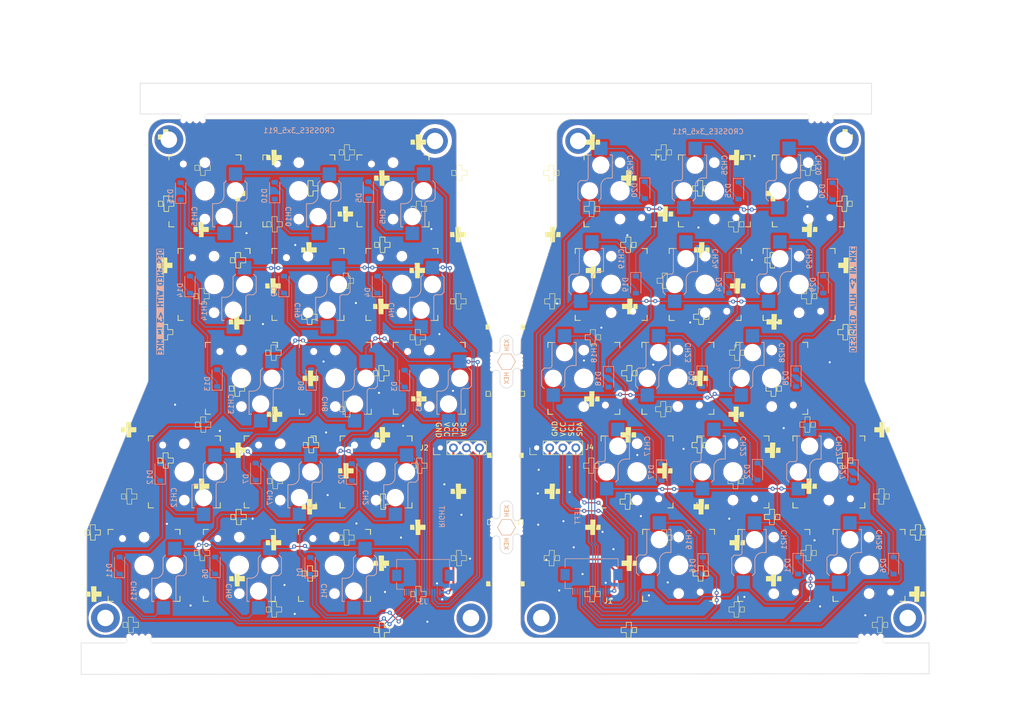
<source format=kicad_pcb>
(kicad_pcb (version 20240108) (generator "pcbnew") (generator_version "8.0")
  (title_block (title "CrossesMain-5COL") (date "2024-12-16") (rev "11") (company "Vincent Franco"))
  (layers (0 "F.Cu" signal) (31 "B.Cu" signal) (34 "B.Paste" user) (35 "F.Paste" user) (36 "B.SilkS" user "B.Silkscreen") (37 "F.SilkS" user "F.Silkscreen") (38 "B.Mask" user) (39 "F.Mask" user) (44 "Edge.Cuts" user))
  (net 0 "")
  (net 1 "Net-(D1-A)")
  (net 2 "Net-(D2-A)")
  (net 3 "Net-(D3-A)")
  (net 4 "Net-(D4-A)")
  (net 5 "Net-(D5-A)")
  (net 6 "Net-(D6-A)")
  (net 7 "Net-(D7-A)")
  (net 8 "Net-(D8-A)")
  (net 9 "Net-(D9-A)")
  (net 10 "Net-(D10-A)")
  (net 11 "Net-(D11-A)")
  (net 12 "Net-(D12-A)")
  (net 13 "Net-(D14-A)")
  (net 14 "Net-(D15-A)")
  (net 15 "Net-(D13-A)")
  (net 16 "L-COL0")
  (net 17 "L-COL1")
  (net 18 "L-COL2")
  (net 19 "L-COL3")
  (net 20 "L-COL4")
  (net 21 "L-ROW0")
  (net 22 "L-ROW1")
  (net 23 "L-ROW2")
  (net 24 "SCL")
  (net 25 "GND")
  (net 26 "SDA")
  (net 27 "VCC")
  (net 30 "R-COL0")
  (net 31 "Net-(D16-A)")
  (net 32 "R-COL1")
  (net 33 "Net-(D17-A)")
  (net 34 "R-COL2")
  (net 35 "Net-(D18-A)")
  (net 36 "Net-(D19-A)")
  (net 37 "R-COL3")
  (net 38 "R-COL4")
  (net 39 "Net-(D20-A)")
  (net 40 "Net-(D21-A)")
  (net 41 "Net-(D22-A)")
  (net 42 "Net-(D23-A)")
  (net 43 "Net-(D24-A)")
  (net 44 "Net-(D25-A)")
  (net 45 "Net-(D26-A)")
  (net 46 "Net-(D27-A)")
  (net 47 "Net-(D28-A)")
  (net 48 "Net-(D29-A)")
  (net 49 "Net-(D30-A)")
  (net 50 "R-ROW0")
  (net 51 "R-ROW1")
  (net 52 "R-ROW2")
  (net 54 "VCC-R")
  (net 55 "SCL-R")
  (net 57 "SDA-R")
  (footprint "keyswitches:Kailh_socket_PG1350" (layer "F.Cu") (at 215.185348 149.56132 -90)
    (property "Reference" "CH23")
    (property "Value" "CPG135001S30")
  )
  (footprint "keyswitches:Kailh_socket_PG1350" (layer "F.Cu") (at 137.756099 167.786781 90)
    (property "Reference" "CH7")
    (property "Value" "CPG135001S30")
  )
  (footprint "keyswitches:Kailh_socket_PG1350" (layer "F.Cu") (at 202.21 131.28 -90)
    (property "Reference" "CH19")
    (property "Value" "CPG135001S30")
  )
  (footprint "PCM_marbastlib-various:mousebites_5p5mm_easysnap" (layer "F.Cu") (at 184.575 178.585)
    (property "Reference" "MB5" (hide yes))
    (property "Value" "5.5mm" (hide yes))
    (fp_line (start -4 -3.9) (end -4 -2.4) (stroke (width 0.1)) (layer "Edge.Cuts"))
    (fp_line (start -4 2.4) (end -4 3.9) (stroke (width 0.1)) (layer "Edge.Cuts"))
    (fp_line (start -1.5 -2.03) (end -1.5 -3.9) (stroke (width 0.1)) (layer "Edge.Cuts"))
    (fp_line (start -1.5 3.9) (end -1.5 2.03) (stroke (width 0.1)) (layer "Edge.Cuts"))
    (fp_arc (start -5.5 2.4) (mid -4.75 1.65) (end -4 2.4) (stroke (width 0.1)) (layer "Edge.Cuts"))
    (fp_arc (start -4 -3.9) (mid -2.75 -5.15) (end -1.5 -3.9) (stroke (width 0.1)) (layer "Edge.Cuts"))
    (fp_arc (start -4 -2.4) (mid -4.75 -1.65) (end -5.5 -2.4) (stroke (width 0.1)) (layer "Edge.Cuts"))
    (fp_arc (start -1.5 2.03) (mid -0.75 1.28) (end 0 2.03) (stroke (width 0.1)) (layer "Edge.Cuts"))
    (fp_arc (start -1.5 3.9) (mid -2.75 5.15) (end -4 3.9) (stroke (width 0.1)) (layer "Edge.Cuts"))
    (fp_arc (start 0 -2.03) (mid -0.75 -1.28) (end -1.5 -2.03) (stroke (width 0.1)) (layer "Edge.Cuts"))
  )
  (footprint "keyswitches:Kailh_socket_PG1350" (layer "F.Cu") (at 124.881099 131.286781 90)
    (property "Reference" "CH14")
    (property "Value" "CPG135001S30")
  )
  (footprint "art-warning:gggw-logo" (layer "F.Cu") (at 113.1 150.4 -90)
    (property "Reference" "G***" (hide yes))
    (property "Value" "LOGO" (hide yes))
  )
  (footprint "PCM_marbastlib-various:mousebites_1mm" (layer "F.Cu") (at 120.8 99.099999 -90)
    (property "Reference" "REF**" (hide yes))
    (property "Value" "mousebites 1mm" (hide yes))
    (fp_arc (start -1 2.75) (mid -0.5 2.25) (end 0 2.75) (stroke (width 0.05)) (layer "Edge.Cuts"))
    (fp_arc (start 0 -2.75) (mid -0.5 -2.25) (end -1 -2.75) (stroke (width 0.05)) (layer "Edge.Cuts"))
  )
  (footprint "art-warning:gggw-logo" (layer "F.Cu") (at 250.600001 149 90)
    (property "Reference" "G***" (hide yes))
    (property "Value" "LOGO" (hide yes))
  )
  (footprint "keyswitches:Kailh_socket_PG1350" (layer "F.Cu") (at 215.34 185.97 -90)
    (property "Reference" "CH16")
    (property "Value" "CPG135001S30")
  )
  (footprint "PCM_marbastlib-various:mousebites_1mm" (layer "F.Cu") (at 110.25 200.1 90)
    (property "Reference" "REF**" (hide yes))
    (property "Value" "mousebites 1mm" (hide yes))
    (fp_arc (start 0 -2.75) (mid -0.5 -2.25) (end -1 -2.75) (stroke (width 0.05)) (layer "Edge.Cuts"))
    (fp_arc (start -1 2.75) (mid -0.5 2.25) (end 0 2.75) (stroke (width 0.05)) (layer "Edge.Cuts"))
  )
  (footprint "keyswitches:Kailh_socket_PG1350" (layer "F.Cu") (at 159.731099 113.061781 90)
    (property "Reference" "CH5")
    (property "Value" "CPG135001S30")
  )
  (footprint "keyswitches:Kailh_socket_PG1350" (layer "F.Cu") (at 233.473348 149.56132 -90)
    (property "Reference" "CH28")
    (property "Value" "CPG135001S30")
  )
  (footprint "keyswitches:Kailh_socket_PG1350" (layer "F.Cu") (at 111.256099 185.986781 90)
    (property "Reference" "CH11")
    (property "Value" "CPG135001S30")
  )
  (footprint "PCM_marbastlib-various:mousebites_5p5mm_easysnap" (layer "F.Cu") (at 184.575 146.32)
    (property "Reference" "MB5" (hide yes))
    (property "Value" "5.5mm" (hide yes))
    (fp_line (start -4 -3.9) (end -4 -2.4) (stroke (width 0.1)) (layer "Edge.Cuts"))
    (fp_line (start -4 2.4) (end -4 3.9) (stroke (width 0.1)) (layer "Edge.Cuts"))
    (fp_line (start -1.5 -2.03) (end -1.5 -3.9) (stroke (width 0.1)) (layer "Edge.Cuts"))
    (fp_line (start -1.5 3.9) (end -1.5 2.03) (stroke (width 0.1)) (layer "Edge.Cuts"))
    (fp_arc (start -5.5 2.4) (mid -4.75 1.65) (end -4 2.4) (stroke (width 0.1)) (layer "Edge.Cuts"))
    (fp_arc (start -4 -3.9) (mid -2.75 -5.15) (end -1.5 -3.9) (stroke (width 0.1)) (layer "Edge.Cuts"))
    (fp_arc (start -4 -2.4) (mid -4.75 -1.65) (end -5.5 -2.4) (stroke (width 0.1)) (layer "Edge.Cuts"))
    (fp_arc (start -1.5 2.03) (mid -0.75 1.28) (end 0 2.03) (stroke (width 0.1)) (layer "Edge.Cuts"))
    (fp_arc (start -1.5 3.9) (mid -2.75 5.15) (end -4 3.9) (stroke (width 0.1)) (layer "Edge.Cuts"))
    (fp_arc (start 0 -2.03) (mid -0.75 -1.28) (end -1.5 -2.03) (stroke (width 0.1)) (layer "Edge.Cuts"))
  )
  (footprint "keyswitches:Kailh_socket_PG1350" (layer "F.Cu") (at 225.923348 167.78632 -90)
    (property "Reference" "CH22")
    (property "Value" "CPG135001S30")
  )
  (footprint "keyswitches:Kailh_socket_PG1350" (layer "F.Cu") (at 240.582349 113.06132 -90)
    (property "Reference" "CH30")
    (property "Value" "CPG135001S30")
  )
  (footprint "MountingHole:MountingHole_3.2mm_M3_DIN965_Pad" (layer "F.Cu") (at 174.9 196.23 -90)
    (property "Reference" "H3" (hide yes))
    (property "Value" "MountingHole")
  )
  (footprint "keyswitches:Kailh_socket_PG1350" (layer "F.Cu") (at 143.169099 131.286781 90)
    (property "Reference" "CH9")
    (property "Value" "CPG135001S30")
  )
  (footprint "keyswitches:Kailh_socket_PG1350" (layer "F.Cu") (at 130.206099 149.561781 90)
    (property "Reference" "CH13")
    (property "Value" "CPG135001S30")
  )
  (footprint "keyswitches:Kailh_socket_PG1350" (layer "F.Cu") (at 244.592348 167.78632 -90)
    (property "Reference" "CH27")
    (property "Value" "CPG135001S30")
  )
  (footprint "art-warning:Crosses Icon" (layer "F.Cu") (at 99.95 199.075)
    (property "Reference" "REF**" (hide yes))
    (property "Value" "Crosses Icon" (hide yes))
  )
  (footprint "keyswitches:Kailh_socket_PG1350" (layer "F.Cu") (at 252.423348 185.98632 -90)
    (property "Reference" "CH26")
    (property "Value" "CPG135001S30")
  )
  (footprint "keyswitches:Kailh_socket_PG1350" (layer "F.Cu") (at 123.097098 113.061781 90)
    (property "Reference" "CH15")
    (property "Value" "CPG135001S30")
  )
  (footprint "MountingHole:MountingHole_3.2mm_M3_DIN965_Pad" (layer "F.Cu") (at 116.079447 103.100461 -90)
    (property "Reference" "H1" (hide yes))
    (property "Value" "MountingHole")
  )
  (footprint "keyswitches:Kailh_socket_PG1350" (layer "F.Cu") (at 196.88 149.57 -90)
    (property "Reference" "CH18")
    (property "Value" "CPG135001S30")
  )
  (footprint "MountingHole:MountingHole_3.2mm_M3_DIN965_Pad" (layer "F.Cu") (at 103.729447 196.23 -90)
    (property "Reference" "H6" (hide yes))
    (property "Value" "MountingHole")
  )
  (footprint "PCM_marbastlib-various:mousebites_1mm" (layer "F.Cu") (at 252.775 200.1 90)
    (property "Reference" "REF**" (hide yes))
    (property "Value" "mousebites 1mm" (hide yes))
    (fp_arc (start 0 -2.75) (mid -0.5 -2.25) (end -1 -2.75) (stroke (width 0.05)) (layer "Edge.Cuts"))
    (fp_arc (start -1 2.75) (mid -0.5 2.25) (end 0 2.75) (stroke (width 0.05)) (layer "Edge.Cuts"))
  )
  (footprint "Connector_PinHeader_2.54mm:PinHeader_1x04_P2.54mm_Vertical" (layer "F.Cu") (at 168.94 163.1 90)
    (property "Reference" "J2")
    (property "Value" "Conn_01x04_Socket")
  )
  (footprint "keyswitches:Kailh_socket_PG1350" (layer "F.Cu") (at 203.93 113.06 -90)
    (property "Reference" "CH20")
    (property "Value" "CPG135001S30")
  )
  (footprint "MountingHole:MountingHole_3.2mm_M3_DIN965_Pad" (layer "F.Cu") (at 167.899447 103.350461 -90)
    (property "Reference" "H5" (hide yes))
    (property "Value" "MountingHole")
  )
  (footprint "keyswitches:Kailh_socket_PG1350" (layer "F.Cu") (at 233.88 186 -90)
    (property "Reference" "CH21")
    (property "Value" "CPG135001S30")
  )
  (footprint "keyswitches:Kailh_socket_PG1350" (layer "F.Cu") (at 161.457098 131.286781 90)
    (property "Reference" "CH4")
    (property "Value" "CPG135001S30")
  )
  (footprint "keyswitches:Kailh_socket_PG1350" (layer "F.Cu") (at 141.385099 113.061781 90)
    (property "Reference" "CH10")
    (property "Value" "CPG135001S30")
  )
  (footprint "PCM_marbastlib-various:mousebites_1mm" (layer "F.Cu") (at 243.075 99.1 -90)
    (property "Reference" "REF**" (hide yes))
    (property "Value" "mousebites 1mm" (hide yes))
    (fp_arc (start -1 2.75) (mid -0.5 2.25) (end 0 2.75) (stroke (width 0.05)) (layer "Edge.Cuts"))
    (fp_arc (start 0 -2.75) (mid -0.5 -2.25) (end -1 -2.75) (stroke (width 0.05)) (layer "Edge.Cuts"))
  )
  (footprint "keyswitches:Kailh_socket_PG1350" (layer "F.Cu") (at 148.494099 149.561781 90)
    (property "Reference" "CH8")
    (property "Value" "CPG135001S30")
  )
  (footprint "keyswitches:Kailh_socket_PG1350" (layer "F.Cu") (at 222.294348 113.06132 -90)
    (property "Reference" "CH25")
    (property "Value" "CPG135001S30")
  )
  (footprint "keyswitches:Kailh_socket_PG1350" (layer "F.Cu") (at 148.330099 185.986781 90)
    (property "Reference" "CH1")
    (property "Value" "CPG135001S30")
  )
  (footprint "keyswitches:Kailh_socket_PG1350" (layer "F.Cu") (at 207.25 167.79 -90)
    (property "Reference" "CH17")
    (property "Value" "CPG135001S30")
  )
  (footprint "Connector_PinHeader_2.54mm:PinHeader_1x04_P2.54mm_Vertical" (layer "F.Cu") (at 187.7 163.1 90)
    (property "Reference" "J4")
    (property "Value" "Conn_01x04_Socket")
  )
  (footprint "keyswitches:Kailh_socket_PG1350" (layer "F.Cu") (at 166.782099 149.561781 90)
    (property "Reference" "CH3")
    (property "Value" "CPG135001S30")
  )
  (footprint "keyswitches:Kailh_socket_PG1350" (layer "F.Cu") (at 129.793098 185.986781 90)
    (property "Reference" "CH6")
    (property "Value" "CPG135001S30")
  )
  (footprint "keyswitches:Kailh_socket_PG1350" (layer "F.Cu") (at 238.798348 131.28632 -90)
    (property "Reference" "CH29")
    (property "Value" "CPG135001S30")
  )
  (footprint "keyswitches:Kailh_socket_PG1350" (layer "F.Cu") (at 220.510348 131.28632 -90)
    (property "Reference" "CH24")
    (property "Value" "CPG135001S30")
  )
  (footprint "keyswitches:Kailh_socket_PG1350" (layer "F.Cu") (at 119.087099 167.786781 90)
    (property "Reference" "CH12")
    (property "Value" "CPG135001S30")
  )
  (footprint "keyswitches:Kailh_socket_PG1350" (layer "F.Cu") (at 156.425099 167.786781 90)
    (property "Reference" "CH2")
    (property "Value" "CPG135001S30")
  )
  (footprint "Diode_SMD:D_SOD-123" (layer "B.Cu") (at 249.29632 167.82132 -90)
    (property "Reference" "D27")
    (property "Value" "1N4148")
  )
  (footprint "Diode_SMD:D_SOD-123" (layer "B.Cu") (at 143.783127 149.521781 90)
    (property "Reference" "D8")
    (property "Value" "1N4148")
  )
  (footprint "Diode_SMD:D_SOD-123" (layer "B.Cu") (at 154.933127 112.921781 90)
    (property "Reference" "D5")
    (property "Value" "1N4148")
  )
  (footprint "Diode_SMD:D_SOD-123" (layer "B.Cu") (at 156.683127 131.321781 90)
    (property "Reference" "D4")
    (property "Value" "1N4148")
  )
  (footprint "Connector_FFC-FPC:Hirose_FH12-14S-0.5SH_1x14-1MP_P0.50mm_Horizontal" (layer "B.Cu") (at 165.59 189.34)
    (property "Reference" "J3")
    (property "Value" "Conn_01x14_Pin")
  )
  (footprint "Diode_SMD:D_SOD-123" (layer "B.Cu") (at 120.183127 131.321781 90)
    (property "Reference" "D14")
    (property "Value" "1N4148")
  )
  (footprint "MountingHole:MountingHole_3.2mm_M3_DIN965_Pad" (layer "B.Cu") (at 188.6 196.23 -90)
    (property "Reference" "H3" (hide yes))
    (property "Value" "MountingHole")
  )
  (footprint "MountingHole:MountingHole_3.2mm_M3_DIN965_Pad" (layer "B.Cu") (at 195.78 103.35 -90)
    (property "Reference" "H5" (hide yes))
    (property "Value" "MountingHole")
  )
  (footprint "Diode_SMD:D_SOD-123" (layer "B.Cu") (at 225.19632 131.32132 -90)
    (property "Reference" "D24")
    (property "Value" "1N4148")
  )
  (footprint "Diode_SMD:D_SOD-123" (layer "B.Cu") (at 211.99632 167.82132 -90)
    (property "Reference" "D17")
    (property "Value" "1N4148")
  )
  (footprint "Diode_SMD:D_SOD-123" (layer "B.Cu") (at 226.99632 113.02132 -90)
    (property "Reference" "D25")
    (property "Value" "1N4148")
  )
  (footprint "Diode_SMD:D_SOD-123" (layer "B.Cu") (at 161.983127 149.621781 90)
    (property "Reference" "D3")
    (property "Value" "1N4148")
  )
  (footprint "Diode_SMD:D_SOD-123" (layer "B.Cu") (at 132.983126 167.721781 90)
    (property "Reference" "D7")
    (property "Value" "1N4148")
  )
  (footprint "Diode_SMD:D_SOD-123" (layer "B.Cu") (at 138.483127 131.321781 90)
    (property "Reference" "D9")
    (property "Value" "1N4148")
  )
  (footprint "Diode_SMD:D_SOD-123" (layer "B.Cu") (at 125.483127 149.521781 90)
    (property "Reference" "D13")
    (property "Value" "1N4148")
  )
  (footprint "Diode_SMD:D_SOD-123" (layer "B.Cu") (at 114.383127 167.821781 90)
    (property "Reference" "D12")
    (property "Value" "1N4148")
  )
  (footprint "MountingHole:MountingHole_3.2mm_M3_DIN965_Pad" (layer "B.Cu") (at 247.6 103.1 -90)
    (property "Reference" "H1" (hide yes))
    (property "Value" "MountingHole")
  )
  (footprint "Diode_SMD:D_SOD-123" (layer "B.Cu") (at 245.296321 113.12132 -90)
    (property "Reference" "D30")
    (property "Value" "1N4148")
  )
  (footprint "Diode_SMD:D_SOD-123" (layer "B.Cu") (at 220.09632 186.07132 -90)
    (property "Reference" "D16")
    (property "Value" "1N4148")
  )
  (footprint "Diode_SMD:D_SOD-123" (layer "B.Cu") (at 230.696321 167.72132 -90)
    (property "Reference" "D22")
    (property "Value" "1N4148")
  )
  (footprint "Diode_SMD:D_SOD-123" (layer "B.Cu") (at 257.19632 186.02132 -90)
    (property "Reference" "D26")
    (property "Value" "1N4148")
  )
  (footprint "Diode_SMD:D_SOD-123" (layer "B.Cu") (at 208.74632 112.92132 -90)
    (property "Reference" "D20")
    (property "Value" "1N4148")
  )
  (footprint "Diode_SMD:D_SOD-123" (layer "B.Cu") (at 243.49632 131.32132 -90)
    (property "Reference" "D29")
    (property "Value" "1N4148")
  )
  (footprint "Connector_FFC-FPC:Hirose_FH12-14S-0.5SH_1x14-1MP_P0.50mm_Horizontal" (layer "B.Cu") (at 198.38 189.19)
    (property "Reference" "J1")
    (property "Value" "Conn_01x14_Pin")
  )
  (footprint "Diode_SMD:D_SOD-123" (layer "B.Cu") (at 106.483127 186.021781 90)
    (property "Reference" "D11")
    (property "Value" "1N4148")
  )
  (footprint "Diode_SMD:D_SOD-123" (layer "B.Cu") (at 201.69632 149.62132 -90)
    (property "Reference" "D18")
    (property "Value" "1N4148")
  )
  (footprint "Diode_SMD:D_SOD-123" (layer "B.Cu") (at 219.89632 149.52132 -90)
    (property "Reference" "D23")
    (property "Value" "1N4148")
  )
  (footprint "Diode_SMD:D_SOD-123" (layer "B.Cu") (at 238.19632 149.52132 -90)
    (property "Reference" "D28")
    (property "Value" "1N4148")
  )
  (footprint "Diode_SMD:D_SOD-123" (layer "B.Cu") (at 238.59632 186.02132 -90)
    (property "Reference" "D21")
    (property "Value" "1N4148")
  )
  (footprint "Diode_SMD:D_SOD-123" (layer "B.Cu") (at 136.683127 113.021781 90)
    (property "Reference" "D10")
    (property "Value" "1N4148")
  )
  (footprint "Diode_SMD:D_SOD-123" (layer "B.Cu") (at 206.99632 131.32132 -90)
    (property "Reference" "D19")
    (property "Value" "1N4148")
  )
  (footprint "Diode_SMD:D_SOD-123" (layer "B.Cu") (at 151.683127 167.821781 90)
    (property "Reference" "D2")
    (property "Value" "1N4148")
  )
  (footprint "Diode_SMD:D_SOD-123" (layer "B.Cu") (at 118.383126 113.121781 90)
    (property "Reference" "D15")
    (property "Value" "1N4148")
  )
  (footprint "Diode_SMD:D_SOD-123" (layer "B.Cu") (at 125.083127 186.021781 90)
    (property "Reference" "D6")
    (property "Value" "1N4148")
  )
  (footprint "Diode_SMD:D_SOD-123" (layer "B.Cu") (at 143.583127 186.071781 90)
    (property "Reference" "D1")
    (property "Value" "1N4148")
  )
  (footprint "MountingHole:MountingHole_3.2mm_M3_DIN965_Pad" (layer "B.Cu") (at 259.95 196.23 -90)
    (property "Reference" "H6" (hide yes))
    (property "Value" "MountingHole")
  )
  (gr_arc (start 100.118696 179.494708) (mid 100.157201 179.107978) (end 100.269759 178.735991) (stroke (width 0.1)) (layer "Edge.Cuts"))
  (gr_line (start 179.075 143.92) (end 179.079447 142.410973) (stroke (width 0.1)) (layer "Edge.Cuts"))
  (gr_arc (start 112.079447 149.704234) (mid 112.041322 150.092909) (end 111.92838 150.46676) (stroke (width 0.1)) (layer "Edge.Cuts"))
  (gr_line (start 191.6 102.109464) (end 191.6 119.789488) (stroke (width 0.1)) (layer "Edge.Cuts"))
  (gr_arc (start 179.075 197.1) (mid 178.19632 199.22132) (end 176.075 200.1) (stroke (width 0.1)) (layer "Edge.Cuts"))
  (gr_arc (start 191.6 102.109464) (mid 192.478476 99.98831) (end 194.599464 99.109463) (stroke (width 0.1)) (layer "Edge.Cuts"))
  (gr_arc (start 112.079447 102.100958) (mid 112.958303 99.979464) (end 115.079944 99.100959) (stroke (width 0.1)) (layer "Edge.Cuts"))
  (gr_arc (start 172.173595 120.396356) (mid 172.103126 120.096785) (end 172.079447 119.789949) (stroke (width 0.1)) (layer "Edge.Cuts"))
  (gr_line (start 179.075 197.1) (end 179.075 180.985) (stroke (width 0.1)) (layer "Edge.Cuts"))
  (gr_line (start 123.55 99.099999) (end 169.079983 99.109924) (stroke (width 0.1)) (layer "Edge.Cuts"))
  (gr_line (start 184.575 176.555) (end 184.575 148.35) (stroke (width 0.1)) (layer "Edge.Cuts"))
  (gr_line (start 264.1 207.1) (end 99 207.2) (stroke (width 0.1)) (layer "Edge.Cuts"))
  (gr_line (start 179.075 176.185) (end 179.075 148.72) (stroke (width 0.1)) (layer "Edge.Cuts"))
  (gr_line (start 110.5 98.1) (end 110.5 92.1) (stroke (width 0.1)) (layer "Edge.Cuts"))
  (gr_arc (start 103.085167 200.100461) (mid 100.961814 199.219767) (end 100.085172 197.094747) (stroke (width 0.1)) (layer "Edge.Cuts"))
  (gr_arc (start 251.751067 150.466299) (mid 251.638121 150.092448) (end 251.6 149.703773) (stroke (width 0.1)) (layer "Edge.Cuts"))
  (gr_line (start 187.571128 200.1) (end 250.025 200.1) (stroke (width 0.1)) (layer "Edge.Cuts"))
  (gr_line (start 118.05 98.099999) (end 110.5 98.1) (stroke (width 0.1)) (layer "Edge.Cuts"))
  (gr_arc (start 248.599503 99.100498) (mid 250.721142 99.979006) (end 251.6 102.100497) (stroke (width 0.1)) (layer "Edge.Cuts"))
  (gr_arc (start 263.594275 197.094286) (mid 262.717627 199.219311) (end 260.59428 200.1) (stroke (width 0.1)) (layer "Edge.Cuts"))
  (gr_arc (start 178.985298 141.804566) (mid 179.055767 142.104137) (end 179.079447 142.410973) (stroke (width 0.1)) (layer "Edge.Cuts"))
  (gr_line (start 123.55 98.099999) (end 240.325 98.1) (stroke (width 0.1)) (layer "Edge.Cuts"))
  (gr_line (start 100.085172 197.094747) (end 100.118696 179.494708) (stroke (width 0.1)) (layer "Edge.Cuts"))
  (gr_line (start 264.1 201.1) (end 264.1 207.1) (stroke (width 0.1)) (layer "Edge.Cuts"))
  (gr_line (start 245.825 99.1) (end 248.599503 99.100498) (stroke (width 0.1)) (layer "Edge.Cuts"))
  (gr_line (start 184.575 144.29) (end 184.6 142.410512) (stroke (width 0.1)) (layer "Edge.Cuts"))
  (gr_line (start 263.594275 197.094286) (end 263.560751 179.494247) (stroke (width 0.1)) (layer "Edge.Cuts"))
  (gr_arc (start 169.079983 99.109924) (mid 171.20097 99.988791) (end 172.079447 102.109925) (stroke (width 0.1)) (layer "Edge.Cuts"))
  (gr_line (start 113 201.1) (end 250.025 201.1) (stroke (width 0.1)) (layer "Edge.Cuts"))
  (gr_line (start 251.6 149.703773) (end 251.6 102.100497) (stroke (width 0.1)) (layer "Edge.Cuts"))
  (gr_line (start 255.525 200.1) (end 260.59428 200.1) (stroke (width 0.1)) (layer "Edge.Cuts"))
  (gr_line (start 184.57113 197.103875) (end 184.575 180.615) (stroke (width 0.1)) (layer "Edge.Cuts"))
  (gr_line (start 245.825 98.1) (end 252.9 98.1) (stroke (width 0.1)) (layer "Edge.Cuts"))
  (gr_line (start 118.05 99.099999) (end 115.079944 99.100959) (stroke (width 0.1)) (layer "Edge.Cuts"))
  (gr_line (start 99 207.2) (end 99 201.1) (stroke (width 0.1)) (layer "Edge.Cuts"))
  (gr_line (start 255.525 201.1) (end 264.1 201.1) (stroke (width 0.1)) (layer "Edge.Cuts"))
  (gr_line (start 112.079447 149.704234) (end 112.079447 102.100958) (stroke (width 0.1)) (layer "Edge.Cuts"))
  (gr_arc (start 263.409688 178.73553) (mid 263.522245 179.107516) (end 263.560751 179.494247) (stroke (width 0.1)) (layer "Edge.Cuts"))
  (gr_line (start 107.5 200.1) (end 103.085167 200.100461) (stroke (width 0.1)) (layer "Edge.Cuts"))
  (gr_line (start 252.9 98.1) (end 252.9 92.1) (stroke (width 0.1)) (layer "Edge.Cuts"))
  (gr_arc (start 191.6 119.789488) (mid 191.576314 120.096322) (end 191.505852 120.395895) (stroke (width 0.1)) (layer "Edge.Cuts"))
  (gr_line (start 172.079447 102.109925) (end 172.079447 119.789949) (stroke (width 0.1)) (layer "Edge.Cuts"))
  (gr_line (start 111.92838 150.46676) (end 100.269759 178.735991) (stroke (width 0.1)) (layer "Edge.Cuts"))
  (gr_line (start 99 201.1) (end 107.5 201.1) (stroke (width 0.1)) (layer "Edge.Cuts"))
  (gr_arc (start 187.571128 200.1) (mid 185.451178 199.22269) (end 184.57113 197.103875) (stroke (width 0.1)) (layer "Edge.Cuts"))
  (gr_line (start 191.505852 120.395895) (end 184.694149 141.804105) (stroke (width 0.1)) (layer "Edge.Cuts"))
  (gr_arc (start 184.6 142.410512) (mid 184.623676 142.103676) (end 184.694149 141.804105) (stroke (width 0.1)) (layer "Edge.Cuts"))
  (gr_line (start 251.751067 150.466299) (end 263.409688 178.73553) (stroke (width 0.1)) (layer "Edge.Cuts"))
  (gr_line (start 172.173595 120.396356) (end 178.985298 141.804566) (stroke (width 0.1)) (layer "Edge.Cuts"))
  (gr_line (start 252.9 92.1) (end 110.5 92.1) (stroke (width 0.1)) (layer "Edge.Cuts"))
  (gr_line (start 113 200.1) (end 176.075 200.1) (stroke (width 0.1)) (layer "Edge.Cuts"))
  (gr_line (start 194.599464 99.109463) (end 240.325 99.1) (stroke (width 0.1)) (layer "Edge.Cuts"))
  (gr_text "DESIGNED WITH <3 IN MKE" (at 115.02 124.2 90) (layer "B.SilkS" knockout) (effects (font (size 1 1) (thickness 0.25)) (justify left bottom mirror)))
  (gr_text "CROSSES_3x5_R11" (at 148.5 101.9 0) (layer "B.SilkS") (effects (font (size 1 1)) (justify left bottom mirror)))
  (gr_text "DESIGNED WITH <3 IN MKE" (at 248.654084 144.64132 -90) (layer "B.SilkS" knockout) (effects (font (size 1 1) (thickness 0.25)) (justify left bottom mirror)))
  (gr_text "RIGHT" (at 168.59 178.78 -90) (layer "B.SilkS") (effects (font (size 1 1)) (justify left bottom mirror)))
  (gr_text "CROSSES_3x5_R11" (at 228.1 102.1 0) (layer "B.SilkS") (effects (font (size 1 1)) (justify left bottom mirror)))
  (gr_text "LEFT" (at 196.29 174.58 90) (layer "B.SilkS") (effects (font (size 1 1)) (justify left bottom mirror)))
  (gr_text "GND\nVCC\nSCL\nSDA" (at 196.65 161 90) (layer "F.SilkS") (effects (font (size 1 1)) (justify left bottom)))
  (gr_text "SDA\nSCL\nVCC\nGND" (at 168 158 -90) (layer "F.SilkS") (effects (font (size 1 1)) (justify left bottom)))
  (segment (start 144.81 185.648654) (end 144.81 193.61) (width 0.2) (layer "B.Cu") (net 1))
  (segment (start 150.68188 195.66) (end 152.080099 194.261781) (width 0.2) (layer "B.Cu") (net 1))
  (segment (start 146.86 195.66) (end 150.68188 195.66) (width 0.2) (layer "B.Cu") (net 1))
  (segment (start 144.81 193.61) (end 146.86 195.66) (width 0.2) (layer "B.Cu") (net 1))
  (segment (start 143.583127 184.421781) (end 144.81 185.648654) (width 0.2) (layer "B.Cu") (net 1))
  (segment (start 153.379447 174.600461) (end 156.078986 177.3) (width 0.2) (layer "B.Cu") (net 2))
  (segment (start 156.078986 177.3) (end 158.936881 177.3) (width 0.2) (layer "B.Cu") (net 2))
  (segment (start 151.683127 166.171781) (end 151.683127 166.204141) (width 0.2) (layer "B.Cu") (net 2))
  (segment (start 158.936881 177.3) (end 160.175099 176.061782) (width 0.2) (layer "B.Cu") (net 2))
  (segment (start 153.379447 167.90046) (end 153.379447 174.600461) (width 0.2) (layer "B.Cu") (net 2))
  (segment (start 151.683127 166.204141) (end 153.379447 167.90046) (width 0.2) (layer "B.Cu") (net 2))
  (segment (start 165.566782 157.836782) (end 170.532099 157.836782) (width 0.2) (layer "B.Cu") (net 3))
  (segment (start 161.983127 148.004141) (end 163.679447 149.700461) (width 0.2) (layer "B.Cu") (net 3))
  (segment (start 163.679447 149.700461) (end 163.679447 155.949447) (width 0.2) (layer "B.Cu") (net 3))
  (segment (start 161.983127 147.971781) (end 161.983127 148.004141) (width 0.2) (layer "B.Cu") (net 3))
  (segment (start 163.679447 155.949447) (end 165.566782 157.836782) (width 0.2) (layer "B.Cu") (net 3))
  (segment (start 156.683127 129.704141) (end 158.379447 131.400461) (width 0.2) (layer "B.Cu") (net 4))
  (segment (start 158.379447 138.200461) (end 159.740767 139.561781) (width 0.2) (layer "B.Cu") (net 4))
  (segment (start 156.683127 129.671781) (end 156.683127 129.704141) (width 0.2) (layer "B.Cu") (net 4))
  (segment (start 158.379447 131.400461) (end 158.379447 138.200461) (width 0.2) (layer "B.Cu") (net 4))
  (segment (start 159.740767 139.561781) (end 165.207099 139.561782) (width 0.2) (layer "B.Cu") (net 4))
  (segment (start 156.679446 119.900461) (end 158.115767 121.336782) (width 0.2) (layer "B.Cu") (net 5))
  (segment (start 154.933127 111.271781) (end 154.950767 111.271781) (width 0.2) (layer "B.Cu") (net 5))
  (segment (start 158.115767 121.336782) (end 163.481099 121.336781) (width 0.2) (layer "B.Cu") (net 5))
  (segment (start 154.950767 111.271781) (end 156.679446 113.000461) (width 0.2) (layer "B.Cu") (net 5))
  (segment (start 156.679446 113.000461) (end 156.679446 119.900461) (width 0.2) (layer "B.Cu") (net 5))
  (segment (start 125.083127 184.371781) (end 125.083127 184.504141) (width 0.2) (layer "B.Cu") (net 6))
  (segment (start 125.083127 184.504141) (end 126.679447 186.100461) (width 0.2) (layer "B.Cu") (net 6))
  (segment (start 126.679447 186.100461) (end 126.679447 192.800461) (width 0.2) (layer "B.Cu") (net 6))
  (segment (start 130.118986 196.24) (end 131.564879 196.24) (width 0.2) (layer "B.Cu") (net 6))
  (segment (start 126.679447 192.800461) (end 130.118986 196.24) (width 0.2) (layer "B.Cu") (net 6))
  (segment (start 131.564879 196.24) (end 133.543098 194.261781) (width 0.2) (layer "B.Cu") (net 6))
  (segment (start 134.679447 167.800461) (end 134.679447 174.700461) (width 0.2) (layer "B.Cu") (net 7))
  (segment (start 140.30788 177.26) (end 141.506099 176.061781) (width 0.2) (layer "B.Cu") (net 7))
  (segment (start 134.679447 174.700461) (end 137.238986 177.26) (width 0.2) (layer "B.Cu") (net 7))
  (segment (start 132.983126 166.07178) (end 132.983126 166.10414) (width 0.2) (layer "B.Cu") (net 7))
  (segment (start 137.238986 177.26) (end 140.30788 177.26) (width 0.2) (layer "B.Cu") (net 7))
  (segment (start 132.983126 166.10414) (end 134.679447 167.800461) (width 0.2) (layer "B.Cu") (net 7))
  (segment (start 146.815766 157.836781) (end 152.244099 157.836781) (width 0.2) (layer "B.Cu") (net 8))
  (segment (start 143.850767 147.871781) (end 145.379447 149.400461) (width 0.2) (layer "B.Cu") (net 8))
  (segment (start 145.379447 149.400461) (end 145.379447 156.400461) (width 0.2) (layer "B.Cu") (net 8))
  (segment (start 143.783127 147.871781) (end 143.850767 147.871781) (width 0.2) (layer "B.Cu") (net 8))
  (segment (start 145.379447 156.400461) (end 146.815766 157.836781) (width 0.2) (layer "B.Cu") (net 8))
  (segment (start 138.483127 129.671781) (end 138.483127 129.704141) (width 0.2) (layer "B.Cu") (net 9))
  (segment (start 141.440767 139.561781) (end 146.919099 139.561782) (width 0.2) (layer "B.Cu") (net 9))
  (segment (start 138.483127 129.704141) (end 139.979447 131.200461) (width 0.2) (layer "B.Cu") (net 9))
  (segment (start 139.979447 138.100461) (end 141.440767 139.561781) (width 0.2) (layer "B.Cu") (net 9))
  (segment (start 139.979447 131.200461) (end 139.979447 138.100461) (width 0.2) (layer "B.Cu") (net 9))
  (segment (start 138.279447 119.900461) (end 139.715767 121.336781) (width 0.2) (layer "B.Cu") (net 10))
  (segment (start 138.279447 113.000462) (end 138.279447 119.900461) (width 0.2) (layer "B.Cu") (net 10))
  (segment (start 136.683126 111.404141) (end 138.279447 113.000462) (width 0.2) (layer "B.Cu") (net 10))
  (segment (start 139.715767 121.336781) (end 145.135099 121.336781) (width 0.2) (layer "B.Cu") (net 10))
  (segment (start 136.683126 111.371781) (end 136.683126 111.404141) (width 0.2) (layer "B.Cu") (net 10))
  (segment (start 106.483127 184.371781) (end 106.550766 184.371781) (width 0.2) (layer "B.Cu") (net 11))
  (segment (start 108.079446 185.900461) (end 108.079447 192.900461) (width 0.2) (layer "B.Cu") (net 11))
  (segment (start 111.098986 195.92) (end 113.34788 195.92) (width 0.2) (layer "B.Cu") (net 11))
  (segment (start 106.550766 184.371781) (end 108.079446 185.900461) (width 0.2) (layer "B.Cu") (net 11))
  (segment (start 108.079447 192.900461) (end 111.098986 195.92) (width 0.2) (layer "B.Cu") (net 11))
  (segment (start 113.34788 195.92) (end 115.006099 194.261781) (width 0.2) (layer "B.Cu") (net 11))
  (segment (start 115.6 174.3) (end 117.361782 176.061782) (width 0.2) (layer "B.Cu") (net 12))
  (segment (start 114.383127 166.204141) (end 115.6 167.421014) (width 0.2) (layer "B.Cu") (net 12))
  (segment (start 114.383127 166.171781) (end 114.383127 166.204141) (width 0.2) (layer "B.Cu") (net 12))
  (segment (start 115.6 167.421014) (end 115.6 174.3) (width 0.2) (layer "B.Cu") (net 12))
  (segment (start 117.361782 176.061782) (end 122.837099 176.061782) (width 0.2) (layer "B.Cu") (net 12))
  (segment (start 120.183127 129.704142) (end 121.779447 131.300461) (width 0.2) (layer "B.Cu") (net 13))
  (segment (start 123.140767 139.561781) (end 128.631099 139.561781) (width 0.2) (layer "B.Cu") (net 13))
  (segment (start 121.779447 138.200461) (end 123.140767 139.561781) (width 0.2) (layer "B.Cu") (net 13))
  (segment (start 121.779447 131.300461) (end 121.779447 138.200461) (width 0.2) (layer "B.Cu") (net 13))
  (segment (start 120.183127 129.671782) (end 120.183127 129.704142) (width 0.2) (layer "B.Cu") (net 13))
  (segment (start 119.979447 119.90046) (end 120.079447 119.900461) (width 0.2) (layer "B.Cu") (net 14))
  (segment (start 118.383127 111.504141) (end 119.979447 113.100461) (width 0.2) (layer "B.Cu") (net 14))
  (segment (start 119.979447 113.100461) (end 119.979447 119.90046) (width 0.2) (layer "B.Cu") (net 14))
  (segment (start 121.515766 121.336781) (end 126.847098 121.336781) (width 0.2) (layer "B.Cu") (net 14))
  (segment (start 118.383127 111.471781) (end 118.383127 111.504141) (width 0.2) (layer "B.Cu") (net 14))
  (segment (start 120.079447 119.900461) (end 121.515766 121.336781) (width 0.2) (layer "B.Cu") (net 14))
  (segment (start 125.483127 147.871781) (end 125.483127 147.904141) (width 0.2) (layer "B.Cu") (net 15))
  (segment (start 132.43288 159.36) (end 133.956099 157.836781) (width 0.2) (layer "B.Cu") (net 15))
  (segment (start 125.483127 147.904141) (end 126.91 149.331014) (width 0.2) (layer "B.Cu") (net 15))
  (segment (start 130.038986 159.36) (end 132.43288 159.36) (width 0.2) (layer "B.Cu") (net 15))
  (segment (start 126.91 156.231014) (end 130.038986 159.36) (width 0.2) (layer "B.Cu") (net 15))
  (segment (start 126.91 149.331014) (end 126.91 156.231014) (width 0.2) (layer "B.Cu") (net 15))
  (segment (start 140.479447 182.300462) (end 142.479447 182.300461) (width 0.2) (layer "F.Cu") (net 16))
  (segment (start 121.929447 182.000461) (end 123.379447 182.000461) (width 0.2) (layer "F.Cu") (net 16))
  (segment (start 142.479447 182.300461) (end 142.579447 182.200461) (width 0.2) (layer "F.Cu") (net 16))
  (via (at 121.929447 182.000461) (size 0.8) (drill 0.4) (layers "F.Cu" "B.Cu") (net 16))
  (via (at 140.479447 182.300462) (size 0.8) (drill 0.4) (layers "F.Cu" "B.Cu") (net 16))
  (via (at 123.379447 182.000461) (size 0.8) (drill 0.4) (layers "F.Cu" "B.Cu") (net 16))
  (via (at 142.579447 182.200461) (size 0.8) (drill 0.4) (layers "F.Cu" "B.Cu") (net 16))
  (segment (start 121.218127 182.711781) (end 121.929447 182.000461) (width 0.2) (layer "B.Cu") (net 16))
  (segment (start 124.479447 182.000461) (end 125.190767 182.711781) (width 0.2) (layer "B.Cu") (net 16))
  (segment (start 164.839999 185.079999) (end 164.839999 191.19) (width 0.2) (layer "B.Cu") (net 16))
  (segment (start 123.379447 182.000461) (end 124.479447 182.000461) (width 0.2) (layer "B.Cu") (net 16))
  (segment (start 117.206099 182.711781) (end 121.218127 182.711781) (width 0.2) (layer "B.Cu") (net 16))
  (segment (start 142.579447 182.200461) (end 142.978986 182.6) (width 0.2) (layer "B.Cu") (net 16))
  (segment (start 140.068127 182.711781) (end 140.479447 182.300462) (width 0.2) (layer "B.Cu") (net 16))
  (segment (start 162.471781 182.711781) (end 164.839999 185.079999) (width 0.2) (layer "B.Cu") (net 16))
  (segment (start 125.190767 182.711781) (end 140.068127 182.711781) (width 0.2) (layer "B.Cu") (net 16))
  (segment (start 142.978986 182.6) (end 154.168318 182.6) (width 0.2) (layer "B.Cu") (net 16))
  (segment (start 154.168318 182.6) (end 154.280099 182.711781) (width 0.2) (layer "B.Cu") (net 16))
  (segment (start 154.280099 182.711781) (end 162.471781 182.711781) (width 0.2) (layer "B.Cu") (net 16))
  (segment (start 129.929447 163.800462) (end 131.429447 163.800461) (width 0.2) (layer "F.Cu") (net 17))
  (segment (start 151.07 163.73) (end 149.605 163.73) (width 0.2) (layer "F.Cu") (net 17))
  (segment (start 149.605 163.73) (end 149.535 163.66) (width 0.2) (layer "F.Cu") (net 17))
  (via (at 129.929447 163.800462) (size 0.8) (drill 0.4) (layers "F.Cu" "B.Cu") (net 17))
  (via (at 149.535 163.66) (size 0.8) (drill 0.4) (layers "F.Cu" "B.Cu") (net 17))
  (via (at 131.429447 163.800461) (size 0.8) (drill 0.4) (layers "F.Cu" "B.Cu") (net 17))
  (via (at 151.07 163.73) (size 0.8) (drill 0.4) (layers "F.Cu" "B.Cu") (net 17))
  (segment (start 148.683219 164.511781) (end 143.706099 164.511781) (width 0.2) (layer "B.Cu") (net 17))
  (segment (start 151.07 163.73) (end 151.851781 164.511781) (width 0.2) (layer "B.Cu") (net 17))
  (segment (start 129.218127 164.511781) (end 125.037099 164.511781) (width 0.2) (layer "B.Cu") (net 17))
  (segment (start 162.375099 164.511781) (end 163.181781 164.511781) (width 0.2) (layer "B.Cu") (net 17))
  (segment (start 151.851781 164.511781) (end 162.375099 164.511781) (width 0.2) (layer "B.Cu") (net 17))
  (segment (start 149.535 163.66) (end 148.683219 164.511781) (width 0.2) (layer "B.Cu") (net 17))
  (segment (start 163.181781 164.511781) (end 165.34 166.67) (width 0.2) (layer "B.Cu") (net 17))
  (segment (start 132.140767 164.511781) (end 143.706099 164.511781) (width 0.2) (layer "B.Cu") (net 17))
  (segment (start 165.34 166.67) (end 165.34 191.19) (width 0.2) (layer "B.Cu") (net 17))
  (segment (start 131.429447 163.800461) (end 132.140767 164.511781) (width 0.2) (layer "B.Cu") (net 17))
  (segment (start 129.929447 163.800462) (end 129.218127 164.511781) (width 0.2) (layer "B.Cu") (net 17))
  (segment (start 140.695627 142.200461) (end 142.195627 142.200461) (width 0.2) (layer "F.Cu") (net 18))
  (segment (start 174.41 146.34) (end 176.16 146.34) (width 0.2) (layer "F.Cu") (net 18))
  (segment (start 156.3 141.800461) (end 158.079446 141.800461) (width 0.2) (layer "F.Cu") (net 18))
  (segment (start 176.16 146.34) (end 176.21 146.39) (width 0.2) (layer "F.Cu") (net 18))
  (via (at 156.3 141.800461) (size 0.8) (drill 0.4) (layers "F.Cu" "B.Cu") (net 18))
  (via (at 176.21 146.39) (size 0.8) (drill 0.4) (layers "F.Cu" "B.Cu") (net 18))
  (via (at 140.695627 142.200461) (size 0.8) (drill 0.4) (layers "F.Cu" "B.Cu") (net 18))
  (via (at 142.195627 142.200461) (size 0.8) (drill 0.4) (layers "F.Cu" "B.Cu") (net 18))
  (via (at 174.41 146.34) (size 0.8) (drill 0.4) (layers "F.Cu" "B.Cu") (net 18))
  (via (at 158.079446 141.800461) (size 0.8) (drill 0.4) (layers "F.Cu" "B.Cu") (net 18))
  (segment (start 136.793127 146.286781) (end 136.156099 146.286781) (width 0.2) (layer "B.Cu") (net 18))
  (segment (start 174 160.81) (end 168.081372 160.81) (width 0.2) (layer "B.Cu") (net 18))
  (segment (start 176.21 146.39) (end 176.18 146.42) (width 0.2) (layer "B.Cu") (net 18))
  (segment (start 140.695626 142.384281) (end 136.793127 146.286781) (width 0.2) (layer "B.Cu") (net 18))
  (segment (start 154.444099 143.656362) (end 154.444099 146.286781) (width 0.2) (layer "B.Cu") (net 18))
  (segment (start 168.081372 160.81) (end 166.84 162.051372) (width 0.2) (layer "B.Cu") (net 18))
  (segment (start 156.3 141.800461) (end 154.444099 143.656362) (width 0.2) (layer "B.Cu") (net 18))
  (segment (start 158.200461 141.800461) (end 162.686781 146.286781) (width 0.2) (layer "B.Cu") (net 18))
  (segment (start 162.686781 146.286781) (end 172.732099 146.286781) (width 0.2) (layer "B.Cu") (net 18))
  (segment (start 166.84 162.051372) (end 166.84 191.19) (width 0.2) (layer "B.Cu") (net 18))
  (segment (start 176.18 146.42) (end 176.18 158.63) (width 0.2) (layer "B.Cu") (net 18))
  (segment (start 142.595627 142.600461) (end 150.757779 142.600461) (width 0.2) (layer "B.Cu") (net 18))
  (segment (start 142.195627 142.200461) (end 142.595627 142.600461) (width 0.2) (layer "B.Cu") (net 18))
  (segment (start 172.732099 146.286781) (end 174.356781 146.286781) (width 0.2) (layer "B.Cu") (net 18))
  (segment (start 176.18 158.63) (end 174 160.81) (width 0.2) (layer "B.Cu") (net 18))
  (segment (start 158.079446 141.800461) (end 158.200461 141.800461) (width 0.2) (layer "B.Cu") (net 18))
  (segment (start 140.695627 142.200461) (end 140.695626 142.384281) (width 0.2) (layer "B.Cu") (net 18))
  (segment (start 150.757779 142.600461) (end 154.444099 146.286781) (width 0.2) (layer "B.Cu") (net 18))
  (segment (start 174.356781 146.286781) (end 174.41 146.34) (width 0.2) (layer "B.Cu") (net 18))
  (segment (start 170.67 127.95) (end 170.82 128.1) (width 0.2) (layer "F.Cu") (net 19))
  (segment (start 154.208127 128) (end 155.7 128) (width 0.2) (layer "F.Cu") (net 19))
  (segment (start 137.383127 128.100461) (end 135.979447 128.100462) (width 0.2) (layer "F.Cu") (net 19))
  (segment (start 169.42 127.95) (end 170.67 127.95) (width 0.2) (layer "F.Cu") (net 19))
  (via (at 137.383127 128.100461) (size 0.8) (drill 0.4) (layers "F.Cu" "B.Cu") (net 19))
  (via (at 155.7 128) (size 0.8) (drill 0.4) (layers "F.Cu" "B.Cu") (net 19))
  (via (at 169.42 127.95) (size 0.8) (drill 0.4) (layers "F.Cu" "B.Cu") (net 19))
  (via (at 154.208127 128) (size 0.8) (drill 0.4) (layers "F.Cu" "B.Cu") (net 19))
  (via (at 135.979447 128.100462) (size 0.8) (drill 0.4) (layers "F.Cu" "B.Cu") (net 19))
  (via (at 170.82 128.1) (size 0.8) (drill 0.4) (layers "F.Cu" "B.Cu") (net 19))
  (segment (start 169.41 128.03) (end 169.42 128.02) (width 0.2) (layer "B.Cu") (net 19))
  (segment (start 154.196346 128.011781) (end 154.208127 128) (width 0.2) (layer "B.Cu") (net 19))
  (segment (start 175.51 158.475686) (end 173.647843 160.337843) (width 0.2) (layer "B.Cu") (net 19))
  (segment (start 137.383127 128.100461) (end 149.030418 128.100461) (width 0.2) (layer "B.Cu") (net 19))
  (segment (start 175.51 144.174314) (end 175.51 158.475686) (width 0.2) (layer "B.Cu") (net 19))
  (segment (start 135.890766 128.011781) (end 130.831099 128.011781) (width 0.2) (layer "B.Cu") (net 19))
  (segment (start 169.391781 128.011781) (end 169.41 128.03) (width 0.2) (layer "B.Cu") (net 19))
  (segment (start 166.340001 161.985685) (end 166.340001 191.19) (width 0.2) (layer "B.Cu") (net 19))
  (segment (start 155.7 128) (end 155.711781 128.011781) (width 0.2) (layer "B.Cu") (net 19))
  (segment (start 169.42 128.02) (end 169.42 127.95) (width 0.2) (layer "B.Cu") (net 19))
  (segment (start 149.119099 128.011781) (end 154.196346 128.011781) (width 0.2) (layer "B.Cu") (net 19))
  (segment (start 135.979447 128.100462) (end 135.890766 128.011781) (width 0.2) (layer "B.Cu") (net 19))
  (segment (start 173.647843 160.337843) (end 167.987843 160.337843) (width 0.2) (layer "B.Cu") (net 19))
  (segment (start 155.711781 128.011781) (end 167.407098 128.011781) (width 0.2) (layer "B.Cu") (net 19))
  (segment (start 149.030418 128.100461) (end 149.119099 128.011781) (width 0.2) (layer "B.Cu") (net 19))
  (segment (start 167.407098 128.011781) (end 169.391781 128.011781) (width 0.2) (layer "B.Cu") (net 19))
  (segment (start 170.79 128.13) (end 170.79 139.454314) (width 0.2) (layer "B.Cu") (net 19))
  (segment (start 170.82 128.1) (end 170.79 128.13) (width 0.2) (layer "B.Cu") (net 19))
  (segment (start 167.987843 160.337843) (end 166.340001 161.985685) (width 0.2) (layer "B.Cu") (net 19))
  (segment (start 170.79 139.454314) (end 175.51 144.174314) (width 0.2) (layer "B.Cu") (net 19))
  (segment (start 165.84 191.19) (end 165.84 161.92) (width 0.2) (layer "B.Cu") (net 20))
  (segment (start 175.11 158.31) (end 175.11 144.34) (width 0.2) (layer "B.Cu") (net 20))
  (segment (start 147.335099 109.786781) (end 165.681099 109.786781) (width 0.2) (layer "B.Cu") (net 20))
  (segment (start 167.86 159.9) (end 173.52 159.9) (width 0.2) (layer "B.Cu") (net 20))
  (segment (start 129.047099 109.786781) (end 147.335099 109.786781) (width 0.2) (layer "B.Cu") (net 20))
  (segment (start 165.84 161.92) (end 167.86 159.9) (width 0.2) (layer "B.Cu") (net 20))
  (segment (start 170.12 139.35) (end 170.12 114.225682) (width 0.2) (layer "B.Cu") (net 20))
  (segment (start 170.12 114.225682) (end 165.681099 109.786781) (width 0.2) (layer "B.Cu") (net 20))
  (segment (start 175.11 144.34) (end 170.12 139.35) (width 0.2) (layer "B.Cu") (net 20))
  (segment (start 173.52 159.9) (end 175.11 158.31) (width 0.2) (layer "B.Cu") (net 20))
  (segment (start 160.834975 196.914975) (end 159.71 195.79) (width 0.2) (layer "F.Cu") (net 21))
  (segment (start 159.69 195.79) (end 159.1 195.2) (width 0.2) (layer "F.Cu") (net 21))
  (segment (start 159.71 195.79) (end 159.69 195.79) (width 0.2) (layer "F.Cu") (net 21))
  (via (at 159.1 195.2) (size 0.8) (drill 0.4) (layers "F.Cu" "B.Cu") (net 21))
  (via (at 160.834975 196.914975) (size 0.8) (drill 0.4) (layers "F.Cu" "B.Cu") (net 21))
  (segment (start 161.983127 151.271781) (end 162.87 152.158654) (width 0.2) (layer "B.Cu") (net 21))
  (segment (start 150.25 177.17) (end 144.409907 177.17) (width 0.2) (layer "B.Cu") (net 21))
  (segment (start 152.78 174.64) (end 150.25 177.17) (width 0.2) (layer "B.Cu") (net 21))
  (segment (start 160.59 145.53) (end 160.59 149.878654) (width 0.2) (layer "B.Cu") (net 21))
  (segment (start 150.26 168.048654) (end 151.683127 169.471781) (width 0.2) (layer "B.Cu") (net 21))
  (segment (start 157.62 195.2) (end 156.61 196.21) (width 0.2) (layer "B.Cu") (net 21))
  (segment (start 157.1 142.04) (end 160.59 145.53) (width 0.2) (layer "B.Cu") (net 21))
  (segment (start 151.75 160.55) (end 150.26 162.04) (width 0.2) (layer "B.Cu") (net 21))
  (segment (start 150.26 162.04) (end 150.26 168.048654) (width 0.2) (layer "B.Cu") (net 21))
  (segment (start 160.834975 196.914975) (end 160.834975 196.795025) (width 0.2) (layer "B.Cu") (net 21))
  (segment (start 142.24 186.378654) (end 143.583127 187.721781) (width 0.2) (layer "B.Cu") (net 21))
  (segment (start 152.78 170.568654) (end 152.78 174.64) (width 0.2) (layer "B.Cu") (net 21))
  (segment (start 164.34 193.29) (end 164.34 191.19) (width 0.2) (layer "B.Cu") (net 21))
  (segment (start 156.683127 132.971781) (end 157.1 133.388654) (width 0.2) (layer "B.Cu") (net 21))
  (segment (start 157.66 157.71) (end 154.82 160.55) (width 0.2) (layer "B.Cu") (net 21))
  (segment (start 154.82 160.55) (end 151.75 160.55) (width 0.2) (layer "B.Cu") (net 21))
  (segment (start 154.933127 131.221781) (end 156.683127 132.971781) (width 0.2) (layer "B.Cu") (net 21))
  (segment (start 146.56 196.21) (end 144.08 193.73) (width 0.2) (layer "B.Cu") (net 21))
  (segment (start 161.07 157.71) (end 157.66 157.71) (width 0.2) (layer "B.Cu") (net 21))
  (segment (start 151.683127 169.471781) (end 152.78 170.568654) (width 0.2) (layer "B.Cu") (net 21))
  (segment (start 144.08 188.218654) (end 143.583127 187.721781) (width 0.2) (layer "B.Cu") (net 21))
  (segment (start 142.24 184.26) (end 142.24 186.378654) (width 0.2) (layer "B.Cu") (net 21))
  (segment (start 157.1 133.388654) (end 157.1 142.04) (width 0.2) (layer "B.Cu") (net 21))
  (segment (start 141.58 183.6) (end 142.24 184.26) (width 0.2) (layer "B.Cu") (net 21))
  (segment (start 162.87 152.158654) (end 162.87 155.91) (width 0.2) (layer "B.Cu") (net 21))
  (segment (start 162.87 155.91) (end 161.07 157.71) (width 0.2) (layer "B.Cu") (net 21))
  (segment (start 160.834975 196.795025) (end 164.34 193.29) (width 0.2) (layer "B.Cu") (net 21))
  (segment (start 154.933127 114.571781) (end 154.933127 131.221781) (width 0.2) (layer "B.Cu") (net 21))
  (segment (start 159.1 195.2) (end 157.62 195.2) (width 0.2) (layer "B.Cu") (net 21))
  (segment (start 160.59 149.878654) (end 161.983127 151.271781) (width 0.2) (layer "B.Cu") (net 21))
  (segment (start 144.409907 177.17) (end 141.58 179.999907) (width 0.2) (layer "B.Cu") (net 21))
  (segment (start 144.08 193.73) (end 144.08 188.218654) (width 0.2) (layer "B.Cu") (net 21))
  (segment (start 156.61 196.21) (end 146.56 196.21) (width 0.2) (layer "B.Cu") (net 21))
  (segment (start 141.58 179.999907) (end 141.58 183.6) (width 0.2) (layer "B.Cu") (net 21))
  (segment (start 159.059975 197.439975) (end 159.059975 197.419975) (width 0.2) (layer "F.Cu") (net 22))
  (segment (start 159.059975 197.419975) (end 157.95 196.31) (width 0.2) (layer "F.Cu") (net 22))
  (via (at 159.059975 197.439975) (size 0.8) (drill 0.4) (layers "F.Cu" "B.Cu") (net 22))
  (via (at 157.95 196.31) (size 0.8) (drill 0.4) (layers "F.Cu" "B.Cu") (net 22))
  (segment (start 134.19 171.18) (end 132.983126 169.973126) (width 0.2) (layer "B.Cu") (net 22))
  (segment (start 163.840001 192.679999) (end 163.840001 191.19) (width 0.2) (layer "B.Cu") (net 22))
  (segment (start 157.95 196.31) (end 157.48 196.78) (width 0.2) (layer "B.Cu") (net 22))
  (segment (start 123.75 186.338654) (end 123.75 184.46) (width 0.2) (layer "B.Cu") (net 22))
  (segment (start 134.19 174.71) (end 134.19 171.18) (width 0.2) (layer "B.Cu") (net 22))
  (segment (start 159.059975 197.439975) (end 159.080025 197.439975) (width 0.2) (layer "B.Cu") (net 22))
  (segment (start 122.679447 183.389447) (end 122.679447 181.520553) (width 0.2) (layer "B.Cu") (net 22))
  (segment (start 130.704447 162.795553) (end 133.05 160.45) (width 0.2) (layer "B.Cu") (net 22))
  (segment (start 144.59 151.978654) (end 143.783127 151.171781) (width 0.2) (layer "B.Cu") (net 22))
  (segment (start 136.683127 114.671781) (end 136.683127 131.171781) (width 0.2) (layer "B.Cu") (net 22))
  (segment (start 137 160.45) (end 139.77 157.68) (width 0.2) (layer "B.Cu") (net 22))
  (segment (start 129.8 196.78) (end 125.96 192.94) (width 0.2) (layer "B.Cu") (net 22))
  (segment (start 141.420627 140.820627) (end 139.16 138.56) (width 0.2) (layer "B.Cu") (net 22))
  (segment (start 157.48 196.78) (end 129.8 196.78) (width 0.2) (layer "B.Cu") (net 22))
  (segment (start 144.59 156.31) (end 144.59 151.978654) (width 0.2) (layer "B.Cu") (net 22))
  (segment (start 139.16 133.648654) (end 138.483127 132.971781) (width 0.2) (layer "B.Cu") (net 22))
  (segment (start 159.080025 197.439975) (end 163.840001 192.679999) (width 0.2) (layer "B.Cu") (net 22))
  (segment (start 125.96 192.94) (end 125.96 188.548654) (width 0.2) (layer "B.Cu") (net 22))
  (segment (start 125.49 176.864906) (end 126.294906 176.06) (width 0.2) (layer "B.Cu") (net 22))
  (segment (start 123.75 184.46) (end 122.679447 183.389447) (width 0.2) (layer "B.Cu") (net 22))
  (segment (start 132.84 176.06) (end 134.19 174.71) (width 0.2) (layer "B.Cu") (net 22))
  (segment (start 125.083127 187.671781) (end 123.75 186.338654) (width 0.2) (layer "B.Cu") (net 22))
  (segment (start 132.983126 169.973126) (end 132.983126 169.371781) (width 0.2) (layer "B.Cu") (net 22))
  (segment (start 130.704447 167.004447) (end 130.704447 162.795553) (width 0.2) (layer "B.Cu") (net 22))
  (segment (start 122.679447 181.520553) (end 125.49 178.71) (width 0.2) (layer "B.Cu") (net 22))
  (segment (start 143.22 157.68) (end 144.59 156.31) (width 0.2) (layer "B.Cu") (net 22))
  (segment (start 139.77 157.68) (end 143.22 157.68) (width 0.2) (layer "B.Cu") (net 22))
  (segment (start 132.983126 169.371781) (end 132.983126 169.283126) (width 0.2) (layer "B.Cu") (net 22))
  (segment (start 141.420627 148.809281) (end 141.420627 140.820627) (width 0.2) (layer "B.Cu") (net 22))
  (segment (start 125.96 188.548654) (end 125.083127 187.671781) (width 0.2) (layer "B.Cu") (net 22))
  (segment (start 136.683127 131.171781) (end 138.483127 132.971781) (width 0.2) (layer "B.Cu") (net 22))
  (segment (start 139.16 138.56) (end 139.16 133.648654) (width 0.2) (layer "B.Cu") (net 22))
  (segment (start 133.05 160.45) (end 137 160.45) (width 0.2) (layer "B.Cu") (net 22))
  (segment (start 126.294906 176.06) (end 132.84 176.06) (width 0.2) (layer "B.Cu") (net 22))
  (segment (start 125.49 178.68) (end 125.49 176.864906) (width 0.2) (layer "B.Cu") (net 22))
  (segment (start 143.783127 151.171781) (end 141.420627 148.809281) (width 0.2) (layer "B.Cu") (net 22))
  (segment (start 132.983126 169.283126) (end 130.704447 167.004447) (width 0.2) (layer "B.Cu") (net 22))
  (segment (start 107.51 188.698654) (end 107.51 193.02) (width 0.2) (layer "B.Cu") (net 23))
  (segment (start 156.33 197.3) (end 156.7 197.67) (width 0.2) (layer "B.Cu") (net 23))
  (segment (start 113.02 168.108654) (end 114.383127 169.471781) (width 0.2) (layer "B.Cu") (net 23))
  (segment (start 125.483127 151.171781) (end 125.483127 150.283127) (width 0.2) (layer "B.Cu") (net 23))
  (segment (start 118.379447 131.168101) (end 120.183127 132.971781) (width 0.2) (layer "B.Cu") (net 23))
  (segment (start 110.9 196.41) (end 128.65 196.41) (width 0.2) (layer "B.Cu") (net 23))
  (segment (start 112.22 183.08) (end 105.46 183.08) (width 0.2) (layer "B.Cu") (net 23))
  (segment (start 129.54 197.3) (end 156.33 197.3) (width 0.2) (layer "B.Cu") (net 23))
  (segment (start 123.565 158.955) (end 116.065 158.955) (width 0.2) (layer "B.Cu") (net 23))
  (segment (start 120.97 133.758654) (end 120.183127 132.971781) (width 0.2) (layer "B.Cu") (net 23))
  (segment (start 113.02 162) (end 113.02 168.108654) (width 0.2) (layer "B.Cu") (net 23))
  (segment (start 120.97 138.67) (end 120.97 133.758654) (width 0.2) (layer "B.Cu") (net 23))
  (segment (start 123.6 148.4) (end 123.6 141.3) (width 0.2) (layer "B.Cu") (net 23))
  (segment (start 156.7 197.67) (end 157.84 197.67) (width 0.2) (layer "B.Cu") (net 23))
  (segment (start 128.65 196.41) (end 129.54 197.3) (width 0.2) (layer "B.Cu") (net 23))
  (segment (start 114.84 180.46) (end 112.22 183.08) (width 0.2) (layer "B.Cu") (net 23))
  (segment (start 118.379447 114.775461) (end 118.379447 131.168101) (width 0.2) (layer "B.Cu") (net 23))
  (segment (start 105.1 183.44) (end 105.1 186.288654) (width 0.2) (layer "B.Cu") (net 23))
  (segment (start 116.065 158.955) (end 113.02 162) (width 0.2) (layer "B.Cu") (net 23))
  (segment (start 105.1 186.288654) (end 106.483127 187.671781) (width 0.2) (layer "B.Cu") (net 23))
  (segment (start 126.23 156.29) (end 123.565 158.955) (width 0.2) (layer "B.Cu") (net 23))
  (segment (start 114.383127 169.471781) (end 114.84 169.928654) (width 0.2) (layer "B.Cu") (net 23))
  (segment (start 114.84 169.928654) (end 114.84 180.46) (width 0.2) (layer "B.Cu") (net 23))
  (segment (start 107.51 193.02) (end 110.9 196.41) (width 0.2) (layer "B.Cu") (net 23))
  (segment (start 157.84 197.67) (end 163.34 192.17) (width 0.2) (layer "B.Cu") (net 23))
  (segment (start 123.6 141.3) (end 120.97 138.67) (width 0.2) (layer "B.Cu") (net 23))
  (segment (start 163.34 192.17) (end 163.34 191.19) (width 0.2) (layer "B.Cu") (net 23))
  (segment (start 105.46 183.08) (end 105.1 183.44) (width 0.2) (layer "B.Cu") (net 23))
  (segment (start 106.483127 187.671781) (end 107.51 188.698654) (width 0.2) (layer "B.Cu") (net 23))
  (segment (start 126.23 151.918654) (end 126.23 156.29) (width 0.2) (layer "B.Cu") (net 23))
  (segment (start 118.383126 114.771781) (end 118.379447 114.775461) (width 0.2) (layer "B.Cu") (net 23))
  (segment (start 125.483127 150.283127) (end 123.6 148.4) (width 0.2) (layer "B.Cu") (net 23))
  (segment (start 125.483127 151.171781) (end 126.23 151.918654) (width 0.2) (layer "B.Cu") (net 23))
  (segment (start 176.06 187.88) (end 176.06 165.140001) (width 0.2) (layer "B.Cu") (net 24))
  (segment (start 167.84 191.19) (end 167.84 192.72995) (width 0.2) (layer "B.Cu") (net 24))
  (segment (start 168.55005 193.44) (end 170.5 193.44) (width 0.2) (layer "B.Cu") (net 24))
  (segment (start 176.06 165.140001) (end 174.019999 163.1) (width 0.2) (layer "B.Cu") (net 24))
  (segment (start 167.84 192.72995) (end 168.55005 193.44) (width 0.2) (layer "B.Cu") (net 24))
  (segment (start 170.5 193.44) (end 176.06 187.88) (width 0.2) (layer "B.Cu") (net 24))
  (via (at 244.76 146.44) (size 0.8) (drill 0.4) (layers "F.Cu" "B.Cu") (net 25))
  (via (at 150.3 117.2) (size 0.8) (drill 0.4) (layers "F.Cu" "B.Cu") (net 25))
  (via (at 169.72 170.21) (size 0.8) (drill 0.4) (layers "F.Cu" "B.Cu") (net 25))
  (via (at 213.22 189.31) (size 0.8) (drill 0.4) (layers "F.Cu" "B.Cu") (net 25))
  (via (at 138.6 189.8) (size 0.8) (drill 0.4) (layers "F.Cu" "B.Cu") (net 25))
  (via (at 196.9 146.1) (size 0.8) (drill 0.4) (layers "F.Cu" "B.Cu") (net 25))
  (via (at 228.14 192.13) (size 0.8) (drill 0.4) (layers "F.Cu" "B.Cu") (net 25))
  (via (at 235.8 159.26) (size 0.8) (drill 0.4) (layers "F.Cu" "B.Cu") (net 25))
  (via (at 152.61 177.83) (size 0.8) (drill 0.4) (layers "F.Cu" "B.Cu") (net 25))
  (via (at 152.5 134.9) (size 0.8) (drill 0.4) (layers "F.Cu" "B.Cu") (net 25))
  (via (at 192.1 190.87) (size 0.8) (drill 0.4) (layers "F.Cu" "B.Cu") (net 25))
  (via (at 251.69 195.71) (size 0.8) (drill 0.4) (layers "F.Cu" "B.Cu") (net 25))
  (via (at 171.4 152) (size 0.8) (drill 0.4) (layers "F.Cu" "B.Cu") (net 25))
  (via (at 146.7 160.1) (size 0.8) (drill 0.4) (layers "F.Cu" "B.Cu") (net 25))
  (via (at 168.76 140.96) (size 0.8) (drill 0.4) (layers "F.Cu" "B.Cu") (net 25))
  (via (at 211.39 106.39) (size 0.8) (drill 0.4) (layers "F.Cu" "B.Cu") (net 25))
  (via (at 147 172.3) (size 0.8) (drill 0.4) (layers "F.Cu" "B.Cu") (net 25))
  (via (at 200.52 179.47) (size 0.8) (drill 0.4) (layers "F.Cu" "B.Cu") (net 25))
  (via (at 188 178.07) (size 0.8) (drill 0.4) (layers "F.Cu" "B.Cu") (net 25))
  (via (at 194.11 171.72) (size 0.8) (drill 0.4) (layers "F.Cu" "B.Cu") (net 25))
  (via (at 158.17 191.17) (size 0.8) (drill 0.4) (layers "F.Cu" "B.Cu") (net 25))
  (via (at 161.7 158.8) (size 0.8) (drill 0.4) (layers "F.Cu" "B.Cu") (net 25))
  (via (at 140.59 195.44) (size 0.8) (drill 0.4) (layers "F.Cu" "B.Cu") (net 25))
  (via (at 205.36 121.7) (size 0.8) (drill 0.4) (layers "F.Cu" "B.Cu") (net 25))
  (via (at 117.3 154.7) (size 0.8) (drill 0.4) (layers "F.Cu" "B.Cu") (net 25))
  (via (at 240.44 116.11) (size 0.8) (drill 0.4) (layers "F.Cu" "B.Cu") (net 25))
  (via (at 229.62 126.52) (size 0.8) (drill 0.4) (layers "F.Cu" "B.Cu") (net 25))
  (via (at 234.47 138.69) (size 0.8) (drill 0.4) (layers "F.Cu" "B.Cu") (net 25))
  (via (at 201.14 189.38) (size 0.8) (drill 0.4) (layers "F.Cu" "B.Cu") (net 25))
  (via (at 120.3 193.8) (size 0.8) (drill 0.4) (layers "F.Cu" "B.Cu") (net 25))
  (via (at 188.09 167.37) (size 0.8) (drill 0.4) (layers "F.Cu" "B.Cu") (net 25))
  (via (at 242.89 193.98) (size 0.8) (drill 0.4) (layers "F.Cu" "B.Cu") (net 25))
  (via (at 216.3 163.3) (size 0.8) (drill 0.4) (layers "F.Cu" "B.Cu") (net 25))
  (via (at 168.3 189.5) (size 0.8) (drill 0.4) (layers "F.Cu" "B.Cu") (net 25))
  (via (at 219.2 120.2) (size 0.8) (drill 0.4) (layers "F.Cu" "B.Cu") (net 25))
  (via (at 189.58 184.9) (size 0.8) (drill 0.4) (layers "F.Cu" "B.Cu") (net 25))
  (via (at 131.2 121.3) (size 0.8) (drill 0.4) (layers "F.Cu" "B.Cu") (net 25))
  (via (at 196.63 187.68) (size 0.8) (drill 0.4) (layers "F.Cu" "B.Cu") (net 25))
  (via (at 157 152.4) (size 0.8) (drill 0.4) (layers "F.Cu" "B.Cu") (net 25))
  (via (at 173.05 176.14) (size 0.8) (drill 0.4) (layers "F.Cu" "B.Cu") (net 25))
  (via (at 202.32 192.48) (size 0.8) (drill 0.4) (layers "F.Cu" "B.Cu") (net 25))
  (via (at 192.91 177.38) (size 0.8) (drill 0.4) (layers "F.Cu" "B.Cu") (net 25))
  (via (at 187.92 171.99) (size 0.8) (drill 0.4) (layers "F.Cu" "B.Cu") (net 25))
  (via (at 161.27 180.58) (size 0.8) (drill 0.4) (layers "F.Cu" "B.Cu") (net 25))
  (via (at 210.4 146.9) (size 0.8) (drill 0.4) (layers "F.Cu" "B.Cu") (net 25))
  (via (at 209.55 191.83) (size 0.8) (drill 0.4) (layers "F.Cu" "B.Cu") (net 25))
  (via (at 194.91 182.47) (size 0.8) (drill 0.4) (layers "F.Cu" "B.Cu") (net 25))
  (via (at 166.42 196.96) (size 0.8) (drill 0.4) (layers "F.Cu" "B.Cu") (net 25))
  (via (at 230.11 106.29) (size 0.8) (drill 0.4) (layers "F.Cu" "B.Cu") (net 25))
  (via (at 207.3 164.5) (size 0.8) (drill 0.4) (layers "F.Cu" "B.Cu") (net 25))
  (via (at 225.2 176.9) (size 0.8) (drill 0.4) (layers "F.Cu" "B.Cu") (net 25))
  (via (at 167.2 120.5) (size 0.8) (drill 0.4) (layers "F.Cu" "B.Cu") (net 25))
  (via (at 200.3 139.7) (size 0.8) (drill 0.4) (layers "F.Cu" "B.Cu") (net 25))
  (via (at 132.4 176.9) (size 0.8) (drill 0.4) (layers "F.Cu" "B.Cu") (net 25))
  (via (at 126 159.8) (size 0.8) (drill 0.4) (layers "F.Cu" "B.Cu") (net 25))
  (via (at 191.7 135) (size 0.8) (drill 0.4) (layers "F.Cu" "B.Cu") (net 25))
  (via (at 202.65 182.83) (size 0.8) (drill 0.4) (layers "F.Cu" "B.Cu") (net 25))
  (via (at 140.7 123.6) (size 0.8) (drill 0.4) (layers "F.Cu" "B.Cu") (net 25))
  (via (at 169.3 192.6) (size 0.8) (drill 0.4) (layers "F.Cu" "B.Cu") (net 25))
  (via (at 174.72 184.68) (size 0.8) (drill 0.4) (layers "F.Cu" "B.Cu") (net 25))
  (via (at 115.7 177.9) (size 0.8) (drill 0.4) (layers "F.Cu" "B.Cu") (net 25))
  (via (at 217.6 138.69) (size 0.8) (drill 0.4) (layers "F.Cu" "B.Cu") (net 25))
  (via (at 207.98 176.4) (size 0.8) (drill 0.4) (layers "F.Cu" "B.Cu") (net 25))
  (via (at 146.2 146.3) (size 0.8) (drill 0.4) (layers "F.Cu" "B.Cu") (net 25))
  (via (at 158.2 186.3) (size 0.8) (drill 0.4) (layers "F.Cu" "B.Cu") (net 25))
  (via (at 194.08 166.86) (size 0.8) (drill 0.4) (layers "F.Cu" "B.Cu") (net 25))
  (via (at 241.8 181.1) (size 0.8) (drill 0.4) (layers "F.Cu" "B.Cu") (net 25))
  (via (at 134.4 139) (size 0.8) (drill 0.4) (layers "F.Cu" "B.Cu") (net 25))
  (segment (start 201.13 191.940001) (end 201.13 191.04) (width 0.2) (layer "B.Cu") (net 25))
  (segment (start 169.3 192.6) (end 168.849999 192.6) (width 0.2) (layer "B.Cu") (net 25))
  (segment (start 201.14 190.13) (end 201.13 190.14) (width 0.2) (layer "B.Cu") (net 25))
  (segment (start 168.34 192.090001) (end 168.34 191.19) (width 0.2) (layer "B.Cu") (net 25))
  (segment (start 201.13 190.14) (end 201.13 191.04) (width 0.2) (layer "B.Cu") (net 25))
  (segment (start 168.3 189.5) (end 168.34 189.54) (width 0.2) (layer "B.Cu") (net 25))
  (segment (start 168.849999 192.6) (end 168.34 192.090001) (width 0.2) (layer "B.Cu") (net 25))
  (segment (start 201.669999 192.48) (end 201.13 191.940001) (width 0.2) (layer "B.Cu") (net 25))
  (segment (start 201.14 189.38) (end 201.14 190.13) (width 0.2) (layer "B.Cu") (net 25))
  (segment (start 202.32 192.48) (end 201.669999 192.48) (width 0.2) (layer "B.Cu") (net 25))
  (segment (start 168.34 189.54) (end 168.34 191.19) (width 0.2) (layer "B.Cu") (net 25))
  (segment (start 168.34 194.02) (end 167.339999 193.019999) (width 0.2) (layer "B.Cu") (net 26))
  (segment (start 176.56 188.095) (end 170.635 194.02) (width 0.2) (layer "B.Cu") (net 26))
  (segment (start 176.56 163.1) (end 176.56 188.095) (width 0.2) (layer "B.Cu") (net 26))
  (segment (start 170.635 194.02) (end 168.34 194.02) (width 0.2) (layer "B.Cu") (net 26))
  (segment (start 167.339999 193.019999) (end 167.339999 191.19) (width 0.2) (layer "B.Cu") (net 26))
  (segment (start 171.48 163.1) (end 171.48 190.22) (width 0.4) (layer "F.Cu") (net 27))
  (segment (start 171.48 190.22) (end 170.46 191.24) (width 0.4) (layer "F.Cu") (net 27))
  (via (at 170.46 191.24) (size 0.8) (drill 0.4) (layers "F.Cu" "B.Cu") (net 27))
  (segment (start 170.46 191.24) (end 168.8932 191.24) (width 0.4) (layer "B.Cu") (net 27))
  (segment (start 168.8932 191.24) (end 168.8932 191.190001) (width 0.4) (layer "B.Cu") (net 27))
  (segment (start 209.383028 189.323028) (end 209.383028 189.245) (width 0.2) (layer "B.Cu") (net 30))
  (segment (start 225.23 192.06) (end 220.164314 192.06) (width 0.2) (layer "B.Cu") (net 30))
  (segment (start 207.53 193.3) (end 205.13 195.7) (width 0.2) (layer "B.Cu") (net 30))
  (segment (start 207.53 191.105) (end 207.53 193.3) (width 0.2) (layer "B.Cu") (net 30))
  (segment (start 237.854314 193.49) (end 232.16 193.49) (width 0.2) (layer "B.Cu") (net 30))
  (segment (start 197.629999 192.919999) (end 197.629999 191.04) (width 0.2) (layer "B.Cu") (net 30))
  (segment (start 219.134314 193.09) (end 213.15 193.09) (width 0.2) (layer "B.Cu") (net 30))
  (segment (start 246.473348 189.26132) (end 239.80005 189.26132) (width 0.2) (layer "B.Cu") (net 30))
  (segment (start 200.41 195.7) (end 197.629999 192.919999) (width 0.2) (layer "B.Cu") (net 30))
  (segment (start 220.164314 192.06) (end 219.134314 193.09) (width 0.2) (layer "B.Cu") (net 30))
  (segment (start 227.936349 189.266349) (end 227.936349 189.353651) (width 0.2) (layer "B.Cu") (net 30))
  (segment (start 209.39 189.245) (end 207.53 191.105) (width 0.2) (layer "B.Cu") (net 30))
  (segment (start 227.936349 189.353651) (end 225.23 192.06) (width 0.2) (layer "B.Cu") (net 30))
  (segment (start 239.39 191.954314) (end 237.854314 193.49) (width 0.2) (layer "B.Cu") (net 30))
  (segment (start 239.80005 189.26132) (end 239.39 189.67137) (width 0.2) (layer "B.Cu") (net 30))
  (segment (start 232.16 193.49) (end 227.936349 189.266349) (width 0.2) (layer "B.Cu") (net 30))
  (segment (start 213.15 193.09) (end 209.383028 189.323028) (width 0.2) (layer "B.Cu") (net 30))
  (segment (start 239.39 189.67137) (end 239.39 191.954314) (width 0.2) (layer "B.Cu") (net 30))
  (segment (start 205.13 195.7) (end 200.41 195.7) (width 0.2) (layer "B.Cu") (net 30))
  (segment (start 220.09632 187.72132) (end 218.88 186.505) (width 0.2) (layer "B.Cu") (net 31))
  (segment (start 216.14 177.7) (end 211.610668 177.7) (width 0.2) (layer "B.Cu") (net 31))
  (segment (start 218.88 186.505) (end 218.88 180.44) (width 0.2) (layer "B.Cu") (net 31))
  (segment (start 211.610668 177.7) (end 211.599348 177.71132) (width 0.2) (layer "B.Cu") (net 31))
  (segment (start 218.88 180.44) (end 216.14 177.7) (width 0.2) (layer "B.Cu") (net 31))
  (segment (start 233.65 171.06) (end 235.35 171.06) (width 0.2) (layer "F.Cu") (net 32))
  (segment (start 235.35 171.06) (end 235.37 171.04) (width 0.2) (layer "F.Cu") (net 32))
  (segment (start 212.154084 171.11132) (end 214.454084 171.11132) (width 0.2) (layer "F.Cu") (net 32))
  (via (at 214.454084 171.11132) (size 0.8) (drill 0.4) (layers "F.Cu" "B.Cu") (net 32))
  (via (at 233.65 171.06) (size 0.8) (drill 0.4) (layers "F.Cu" "B.Cu") (net 32))
  (via (at 235.37 171.04) (size 0.8) (drill 0.4) (layers "F.Cu" "B.Cu") (net 32))
  (via (at 212.154084 171.11132) (size 0.8) (drill 0.4) (layers "F.Cu" "B.Cu") (net 32))
  (segment (start 220.004668 171.03) (end 219.973348 171.06132) (width 0.2) (layer "B.Cu") (net 32))
  (segment (start 204 171.06132) (end 203.99632 171.065) (width 0.2) (layer "B.Cu") (net 32))
  (segment (start 235.37 171.04) (end 235.982764 171.04) (width 0.2) (layer "B.Cu") (net 32))
  (segment (start 235.982764 171.04) (end 236.004084 171.06132) (width 0.2) (layer "B.Cu") (net 32))
  (segment (start 219.923348 171.11132) (end 219.973348 171.06132) (width 0.2) (layer "B.Cu") (net 32))
  (segment (start 206.8 192.93) (end 206.8 179.77) (width 0.2) (layer "B.Cu") (net 32))
  (segment (start 203.99632 171.065) (end 201.3 171.065) (width 0.2) (layer "B.Cu") (net 32))
  (segment (start 236.004084 171.06132) (end 238.642348 171.06132) (width 0.2) (layer "B.Cu") (net 32))
  (segment (start 204.78 194.95) (end 206.8 192.93) (width 0.2) (layer "B.Cu") (net 32))
  (segment (start 198.13 191.04) (end 198.13 192.51) (width 0.2) (layer "B.Cu") (net 32))
  (segment (start 212.104084 171.06132) (end 204.15 171.06132) (width 0.2) (layer "B.Cu") (net 32))
  (segment (start 233.65 171.06) (end 233.62 171.03) (width 0.2) (layer "B.Cu") (net 32))
  (segment (start 233.62 171.03) (end 220.004668 171.03) (width 0.2) (layer "B.Cu") (net 32))
  (segment (start 204.15 171.06132) (end 201.29132 171.06132) (width 0.2) (layer "B.Cu") (net 32))
  (segment (start 200.57 194.95) (end 204.78 194.95) (width 0.2) (layer "B.Cu") (net 32))
  (segment (start 212.154084 171.11132) (end 212.104084 171.06132) (width 0.2) (layer "B.Cu") (net 32))
  (segment (start 204.15 171.06132) (end 204 171.06132) (width 0.2) (layer "B.Cu") (net 32))
  (segment (start 206.8 179.77) (end 201.3 174.27) (width 0.2) (layer "B.Cu") (net 32))
  (segment (start 214.454084 171.11132) (end 219.923348 171.11132) (width 0.2) (layer "B.Cu") (net 32))
  (segment (start 198.13 192.51) (end 200.57 194.95) (width 0.2) (layer "B.Cu") (net 32))
  (segment (start 201.3 174.27) (end 201.3 171.065) (width 0.2) (layer "B.Cu") (net 32))
  (segment (start 210.42 161.74) (end 208.23 159.55) (width 0.2) (layer "B.Cu") (net 33))
  (segment (start 210.42 167.895) (end 210.42 161.74) (width 0.2) (layer "B.Cu") (net 33))
  (segment (start 208.23 159.55) (end 203.543028 159.55) (width 0.2) (layer "B.Cu") (net 33))
  (segment (start 203.543028 159.55) (end 203.504348 159.51132) (width 0.2) (layer "B.Cu") (net 33))
  (segment (start 211.99632 169.47132) (end 210.42 167.895) (width 0.2) (layer "B.Cu") (net 33))
  (segment (start 203.954084 152.71132) (end 205.854084 152.71132) (width 0.2) (layer "F.Cu") (net 34))
  (segment (start 221.654084 153.31132) (end 222.366737 152.598667) (width 0.2) (layer "F.Cu") (net 34))
  (segment (start 220.954084 153.31132) (end 221.654084 153.31132) (width 0.2) (layer "F.Cu") (net 34))
  (segment (start 205.854084 152.71132) (end 205.954084 152.81132) (width 0.2) (layer "F.Cu") (net 34))
  (via (at 203.954084 152.71132) (size 0.8) (drill 0.4) (layers "F.Cu" "B.Cu") (net 34))
  (via (at 222.366737 152.598667) (size 0.8) (drill 0.4) (layers "F.Cu" "B.Cu") (net 34))
  (via (at 220.954084 153.31132) (size 0.8) (drill 0.4) (layers "F.Cu" "B.Cu") (net 34))
  (via (at 205.954084 152.81132) (size 0.8) (drill 0.4) (layers "F.Cu" "B.Cu") (net 34))
  (segment (start 209.610348 153.21132) (end 220.854084 153.21132) (width 0.2) (layer "B.Cu") (net 34))
  (segment (start 203.829084 152.83632) (end 190.947348 152.83632) (width 0.2) (layer "B.Cu") (net 34))
  (segment (start 205.954084 152.81132) (end 209.210348 152.81132) (width 0.2) (layer "B.Cu") (net 34))
  (segment (start 199.02 160.935) (end 199.02 181.518628) (width 0.2) (layer "B.Cu") (net 34))
  (segment (start 199.63 182.128628) (end 199.63 191.04) (width 0.2) (layer "B.Cu") (net 34))
  (segment (start 209.210348 152.81132) (end 209.235348 152.83632) (width 0.2) (layer "B.Cu") (net 34))
  (segment (start 193.18 158) (end 196.085 158) (width 0.2) (layer "B.Cu") (net 34))
  (segment (start 190.93 152.845) (end 190.93 155.75) (width 0.2) (layer "B.Cu") (net 34))
  (segment (start 190.93 155.75) (end 193.18 158) (width 0.2) (layer "B.Cu") (net 34))
  (segment (start 222.366737 152.598667) (end 222.60439 152.83632) (width 0.2) (layer "B.Cu") (net 34))
  (segment (start 222.60439 152.83632) (end 227.523348 152.83632) (width 0.2) (layer "B.Cu") (net 34))
  (segment (start 220.854084 153.21132) (end 220.954084 153.31132) (width 0.2) (layer "B.Cu") (net 34))
  (segment (start 199.02 181.518628) (end 199.63 182.128628) (width 0.2) (layer "B.Cu") (net 34))
  (segment (start 196.085 158) (end 199.02 160.935) (width 0.2) (layer "B.Cu") (net 34))
  (segment (start 209.235348 152.83632) (end 209.610348 153.21132) (width 0.2) (layer "B.Cu") (net 34))
  (segment (start 203.954084 152.71132) (end 203.829084 152.83632) (width 0.2) (layer "B.Cu") (net 34))
  (segment (start 199.71 149.285) (end 199.71 143.12) (width 0.2) (layer "B.Cu") (net 35))
  (segment (start 199.71 143.12) (end 197.93 141.34) (width 0.2) (layer "B.Cu") (net 35))
  (segment (start 197.93 141.34) (end 193.201028 141.34) (width 0.2) (layer "B.Cu") (net 35))
  (segment (start 193.201028 141.34) (end 193.147348 141.28632) (width 0.2) (layer "B.Cu") (net 35))
  (segment (start 201.69632 151.27132) (end 199.71 149.285) (width 0.2) (layer "B.Cu") (net 35))
  (segment (start 205.71 125.467236) (end 203.254084 123.01132) (width 0.2) (layer "B.Cu") (net 36))
  (segment (start 206.99632 132.97132) (end 206.99632 132.053556) (width 0.2) (layer "B.Cu") (net 36))
  (segment (start 203.254084 123.01132) (end 198.472349 123.01132) (width 0.2) (layer "B.Cu") (net 36))
  (segment (start 206.99632 132.053556) (end 205.71 130.767236) (width 0.2) (layer "B.Cu") (net 36))
  (segment (start 205.71 130.767236) (end 205.71 125.467236) (width 0.2) (layer "B.Cu") (net 36))
  (segment (start 225.954084 134.61132) (end 227.554084 134.61132) (width 0.2) (layer "F.Cu") (net 37))
  (segment (start 209.1 134.53) (end 210.8 134.53) (width 0.2) (layer "F.Cu") (net 37))
  (segment (start 209.07 134.5) (end 209.1 134.53) (width 0.2) (layer "F.Cu") (net 37))
  (via (at 227.554084 134.61132) (size 0.8) (drill 0.4) (layers "F.Cu" "B.Cu") (net 37))
  (via (at 209.07 134.5) (size 0.8) (drill 0.4) (layers "F.Cu" "B.Cu") (net 37))
  (via (at 210.8 134.53) (size 0.8) (drill 0.4) (layers "F.Cu" "B.Cu") (net 37))
  (via (at 225.954084 134.61132) (size 0.8) (drill 0.4) (layers "F.Cu" "B.Cu") (net 37))
  (segment (start 188.4 154.53) (end 192.625686 158.755686) (width 0.2) (layer "B.Cu") (net 37))
  (segment (start 227.604084 134.56132) (end 232.848348 134.56132) (width 0.2) (layer "B.Cu") (net 37))
  (segment (start 209.00868 134.56132) (end 195.01868 134.56132) (width 0.2) (layer "B.Cu") (net 37))
  (segment (start 199.130001 182.194315) (end 199.130001 191.04) (width 0.2) (layer "B.Cu") (net 37))
  (segment (start 195.01868 134.56132) (end 188.4 141.18) (width 0.2) (layer "B.Cu") (net 37))
  (segment (start 188.4 141.18) (end 188.4 154.53) (width 0.2) (layer "B.Cu") (net 37))
  (segment (start 210.83132 134.56132) (end 214.560348 134.56132) (width 0.2) (layer "B.Cu") (net 37))
  (segment (start 214.560348 134.56132) (end 225.904084 134.56132) (width 0.2) (layer "B.Cu") (net 37))
  (segment (start 210.8 134.53) (end 210.83132 134.56132) (width 0.2) (layer "B.Cu") (net 37))
  (segment (start 198.4 181.464313) (end 198.444315 181.508628) (width 0.2) (layer "B.Cu") (net 37))
  (segment (start 195.705686 158.755686) (end 198.4 161.45) (width 0.2) (layer "B.Cu") (net 37))
  (segment (start 198.444315 181.508628) (end 199.130001 182.194315) (width 0.2) (layer "B.Cu") (net 37))
  (segment (start 192.625686 158.755686) (end 195.705686 158.755686) (width 0.2) (layer "B.Cu") (net 37))
  (segment (start 225.904084 134.56132) (end 225.954084 134.61132) (width 0.2) (layer "B.Cu") (net 37))
  (segment (start 198.4 161.45) (end 198.4 181.464313) (width 0.2) (layer "B.Cu") (net 37))
  (segment (start 209.07 134.5) (end 209.00868 134.56132) (width 0.2) (layer "B.Cu") (net 37))
  (segment (start 227.554084 134.61132) (end 227.604084 134.56132) (width 0.2) (layer "B.Cu") (net 37))
  (segment (start 209.554084 116.61132) (end 211.554084 116.61132) (width 0.2) (layer "F.Cu") (net 38))
  (segment (start 228.054084 116.71132) (end 229.579084 116.71132) (width 0.2) (layer "F.Cu") (net 38))
  (segment (start 211.554084 116.61132) (end 211.654084 116.51132) (width 0.2) (layer "F.Cu") (net 38))
  (via (at 211.654084 116.51132) (size 0.8) (drill 0.4) (layers "F.Cu" "B.Cu") (net 38))
  (via (at 229.579084 116.71132) (size 0.8) (drill 0.4) (layers "F.Cu" "B.Cu") (net 38))
  (via (at 209.554084 116.61132) (size 0.8) (drill 0.4) (layers "F.Cu" "B.Cu") (net 38))
  (via (at 228.054084 116.71132) (size 0.8) (drill 0.4) (layers "F.Cu" "B.Cu") (net 38))
  (segment (start 211.654084 116.51132) (end 212.354084 116.51132) (width 0.2) (layer "B.Cu") (net 38))
  (segment (start 197.998348 116.33632) (end 197.998348 117.83632) (width 0.2) (layer "B.Cu") (net 38))
  (segment (start 198.63 182.26) (end 198.63 191.04) (width 0.2) (layer "B.Cu") (net 38))
  (segment (start 229.579084 116.71132) (end 230.354084 116.71132) (width 0.2) (layer "B.Cu") (net 38))
  (segment (start 212.354084 116.51132) (end 212.529084 116.33632) (width 0.2) (layer "B.Cu") (net 38))
  (segment (start 212.529084 116.33632) (end 216.344348 116.33632) (width 0.2) (layer "B.Cu") (net 38))
  (segment (start 193.062334 122.772334) (end 193.062334 135.537666) (width 0.2) (layer "B.Cu") (net 38))
  (segment (start 230.354084 116.71132) (end 230.729084 116.33632) (width 0.2) (layer "B.Cu") (net 38))
  (segment (start 187.68 154.93) (end 192.25 159.5) (width 0.2) (layer "B.Cu") (net 38))
  (segment (start 216.344348 116.33632) (end 227.679084 116.33632) (width 0.2) (layer "B.Cu") (net 38))
  (segment (start 193.062334 135.537666) (end 187.68 140.92) (width 0.2) (layer "B.Cu") (net 38))
  (segment (start 192.25 159.5) (end 195.37 159.5) (width 0.2) (layer "B.Cu") (net 38))
  (segment (start 209.554084 116.61132) (end 209.279084 116.33632) (width 0.2) (layer "B.Cu") (net 38))
  (segment (start 227.679084 116.33632) (end 228.054084 116.71132) (width 0.2) (layer "B.Cu") (net 38))
  (segment (start 187.68 140.92) (end 187.68 154.93) (width 0.2) (layer "B.Cu") (net 38))
  (segment (start 197.998348 117.83632) (end 193.062334 122.772334) (width 0.2) (layer "B.Cu") (net 38))
  (segment (start 209.279084 116.33632) (end 197.998348 116.33632) (width 0.2) (layer "B.Cu") (net 38))
  (segment (start 197.81 181.44) (end 198.63 182.26) (width 0.2) (layer "B.Cu") (net 38))
  (segment (start 230.729084 116.33632) (end 234.632349 116.33632) (width 0.2) (layer "B.Cu") (net 38))
  (segment (start 197.81 161.94) (end 197.81 181.44) (width 0.2) (layer "B.Cu") (net 38))
  (segment (start 195.37 159.5) (end 197.81 161.94) (width 0.2) (layer "B.Cu") (net 38))
  (segment (start 204.862764 104.82) (end 200.232028 104.82) (width 0.2) (layer "B.Cu") (net 39))
  (segment (start 207.32 113.145) (end 207.32 107.277236) (width 0.2) (layer "B.Cu") (net 39))
  (segment (start 207.32 107.277236) (end 204.862764 104.82) (width 0.2) (layer "B.Cu") (net 39))
  (segment (start 208.74632 114.57132) (end 207.32 113.145) (width 0.2) (layer "B.Cu") (net 39))
  (segment (start 200.232028 104.82) (end 200.198348 104.78632) (width 0.2) (layer "B.Cu") (net 39))
  (segment (start 238.59632 187.67132) (end 236.88 185.955) (width 0.2) (layer "B.Cu") (net 40))
  (segment (start 230.177669 177.67) (end 230.136349 177.71132) (width 0.2) (layer "B.Cu") (net 40))
  (segment (start 234.07 177.67) (end 230.177669 177.67) (width 0.2) (layer "B.Cu") (net 40))
  (segment (start 236.88 180.48) (end 234.07 177.67) (width 0.2) (layer "B.Cu") (net 40))
  (segment (start 236.88 185.955) (end 236.88 180.48) (width 0.2) (layer "B.Cu") (net 40))
  (segment (start 229.26 167.934999) (end 229.26 162.1) (width 0.2) (layer "B.Cu") (net 41))
  (segment (start 230.696321 169.37132) (end 229.26 167.934999) (width 0.2) (layer "B.Cu") (net 41))
  (segment (start 222.202028 159.54) (end 222.173348 159.51132) (width 0.2) (layer "B.Cu") (net 41))
  (segment (start 229.26 162.1) (end 226.7 159.54) (width 0.2) (layer "B.Cu") (net 41))
  (segment (start 226.7 159.54) (end 222.202028 159.54) (width 0.2) (layer "B.Cu") (net 41))
  (segment (start 211.461668 141.26) (end 211.435348 141.28632) (width 0.2) (layer "B.Cu") (net 42))
  (segment (start 218.52 148.877236) (end 218.52 143.677236) (width 0.2) (layer "B.Cu") (net 42))
  (segment (start 216.102764 141.26) (end 211.461668 141.26) (width 0.2) (layer "B.Cu") (net 42))
  (segment (start 219.89632 151.17132) (end 219.89632 150.253556) (width 0.2) (layer "B.Cu") (net 42))
  (segment (start 219.89632 150.253556) (end 218.52 148.877236) (width 0.2) (layer "B.Cu") (net 42))
  (segment (start 218.52 143.677236) (end 216.102764 141.26) (width 0.2) (layer "B.Cu") (net 42))
  (segment (start 223.78 125.437236) (end 221.354084 123.01132) (width 0.2) (layer "B.Cu") (net 43))
  (segment (start 225.19632 132.97132) (end 225.19632 131.953556) (width 0.2) (layer "B.Cu") (net 43))
  (segment (start 221.354084 123.01132) (end 216.760348 123.01132) (width 0.2) (layer "B.Cu") (net 43))
  (segment (start 225.19632 131.953556) (end 223.78 130.537236) (width 0.2) (layer "B.Cu") (net 43))
  (segment (start 223.78 130.537236) (end 223.78 125.437236) (width 0.2) (layer "B.Cu") (net 43))
  (segment (start 226.99632 114.67132) (end 225.34 113.015) (width 0.2) (layer "B.Cu") (net 44))
  (segment (start 225.34 113.015) (end 225.34 106.997236) (width 0.2) (layer "B.Cu") (net 44))
  (segment (start 221.982764 103.64) (end 219.690668 103.64) (width 0.2) (layer "B.Cu") (net 44))
  (segment (start 225.34 106.997236) (end 221.982764 103.64) (width 0.2) (layer "B.Cu") (net 44))
  (segment (start 219.690668 103.64) (end 218.544348 104.78632) (width 0.2) (layer "B.Cu") (net 44))
  (segment (start 255.41 185.885) (end 255.41 180.14) (width 0.2) (layer "B.Cu") (net 45))
  (segment (start 248.674668 177.71) (end 248.673348 177.71132) (width 0.2) (layer "B.Cu") (net 45))
  (segment (start 255.41 180.14) (end 252.98 177.71) (width 0.2) (layer "B.Cu") (net 45))
  (segment (start 252.98 177.71) (end 248.674668 177.71) (width 0.2) (layer "B.Cu") (net 45))
  (segment (start 257.19632 187.67132) (end 255.41 185.885) (width 0.2) (layer "B.Cu") (net 45))
  (segment (start 240.842348 159.51132) (end 245.07132 159.51132) (width 0.2) (layer "B.Cu") (net 46))
  (segment (start 247.82 162.26) (end 247.82 167.995) (width 0.2) (layer "B.Cu") (net 46))
  (segment (start 247.82 167.995) (end 249.29632 169.47132) (width 0.2) (layer "B.Cu") (net 46))
  (segment (start 245.07132 159.51132) (end 247.82 162.26) (width 0.2) (layer "B.Cu") (net 46))
  (segment (start 229.817028 141.38) (end 229.723348 141.28632) (width 0.2) (layer "B.Cu") (net 47))
  (segment (start 236.554084 142.68132) (end 236.574084 142.66132) (width 0.2) (layer "B.Cu") (net 47))
  (segment (start 235.292764 141.38) (end 229.817028 141.38) (width 0.2) (layer "B.Cu") (net 47))
  (segment (start 236.554084 149.21132) (end 236.554084 142.68132) (width 0.2) (layer "B.Cu") (net 47))
  (segment (start 238.19632 150.853556) (end 236.554084 149.21132) (width 0.2) (layer "B.Cu") (net 47))
  (segment (start 238.19632 151.17132) (end 238.19632 150.853556) (width 0.2) (layer "B.Cu") (net 47))
  (segment (start 236.574084 142.66132) (end 235.292764 141.38) (width 0.2) (layer "B.Cu") (net 47))
  (segment (start 241.454084 124.41132) (end 240.054084 123.01132) (width 0.2) (layer "B.Cu") (net 48))
  (segment (start 240.054084 123.01132) (end 235.048348 123.01132) (width 0.2) (layer "B.Cu") (net 48))
  (segment (start 243.49632 131.853556) (end 241.454084 129.81132) (width 0.2) (layer "B.Cu") (net 48))
  (segment (start 241.454084 129.81132) (end 241.454084 124.41132) (width 0.2) (layer "B.Cu") (net 48))
  (segment (start 243.49632 132.97132) (end 243.49632 131.853556) (width 0.2) (layer "B.Cu") (net 48))
  (segment (start 241.462764 104.82) (end 236.866029 104.82) (width 0.2) (layer "B.Cu") (net 49))
  (segment (start 243.88 113.354999) (end 243.88 107.237236) (width 0.2) (layer "B.Cu") (net 49))
  (segment (start 245.296321 114.77132) (end 243.88 113.354999) (width 0.2) (layer "B.Cu") (net 49))
  (segment (start 236.866029 104.82) (end 236.832349 104.78632) (width 0.2) (layer "B.Cu") (net 49))
  (segment (start 243.88 107.237236) (end 241.462764 104.82) (width 0.2) (layer "B.Cu") (net 49))
  (segment (start 222.74 191.36) (end 222.74 192.75) (width 0.2) (layer "F.Cu") (net 50))
  (segment (start 222.74 192.75) (end 222.75 192.76) (width 0.2) (layer "F.Cu") (net 50))
  (via (at 222.74 191.36) (size 0.8) (drill 0.4) (layers "F.Cu" "B.Cu") (net 50))
  (via (at 222.75 192.76) (size 0.8) (drill 0.4) (layers "F.Cu" "B.Cu") (net 50))
  (segment (start 222.74 191.36) (end 222.74 188.21) (width 0.2) (layer "B.Cu") (net 50))
  (segment (start 213.2 172.4) (end 213.2 167.375) (width 0.2) (layer "B.Cu") (net 50))
  (segment (start 209.96 132.635) (end 206.99632 129.67132) (width 0.2) (layer "B.Cu") (net 50))
  (segment (start 209.96 137.76) (end 209.96 132.635) (width 0.2) (layer "B.Cu") (net 50))
  (segment (start 213.2 167.375) (end 211.99632 166.17132) (width 0.2) (layer "B.Cu") (net 50))
  (segment (start 220.51 196.4) (end 222.75 194.16) (width 0.2) (layer "B.Cu") (net 50))
  (segment (start 211.99632 166.17132) (end 211.98 166.155) (width 0.2) (layer "B.Cu") (net 50))
  (segment (start 211.98 166.155) (end 211.98 161.437236) (width 0.2) (layer "B.Cu") (net 50))
  (segment (start 204.954084 154.41132) (end 204.954084 151.229084) (width 0.2) (layer "B.Cu") (net 50))
  (segment (start 208.74632 111.503556) (end 208.74632 111.27132) (width 0.2) (layer "B.Cu") (net 50))
  (segment (start 201.69632 147.97132) (end 201.69632 146.02368) (width 0.2) (layer "B.Cu") (net 50))
  (segment (start 222.74 188.21) (end 220.09632 185.56632) (width 0.2) (layer "B.Cu") (net 50))
  (segment (start 197.13 193.37) (end 200.16 196.4) (width 0.2) (layer "B.Cu") (net 50))
  (segment (start 197.13 191.04) (end 197.13 193.37) (width 0.2) (layer "B.Cu") (net 50))
  (segment (start 222.75 194.16) (end 222.75 192.76) (width 0.2) (layer "B.Cu") (net 50))
  (segment (start 220.09632 185.56632) (end 220.09632 184.42132) (width 0.2) (layer "B.Cu") (net 50))
  (segment (start 220.09632 184.42132) (end 220.07 184.395) (width 0.2) (layer "B.Cu") (net 50))
  (segment (start 220.07 179.27) (end 213.2 172.4) (width 0.2) (layer "B.Cu") (net 50))
  (segment (start 204.954084 151.229084) (end 201.69632 147.97132) (width 0.2) (layer "B.Cu") (net 50))
  (segment (start 211.98 161.437236) (end 204.954084 154.41132) (width 0.2) (layer "B.Cu") (net 50))
  (segment (start 220.07 184.395) (end 220.07 179.27) (width 0.2) (layer "B.Cu") (net 50))
  (segment (start 210.654084 121.645916) (end 210.654084 113.41132) (width 0.2) (layer "B.Cu") (net 50))
  (segment (start 210.654084 113.41132) (end 208.74632 111.503556) (width 0.2) (layer "B.Cu") (net 50))
  (segment (start 206.99632 125.30368) (end 210.654084 121.645916) (width 0.2) (layer "B.Cu") (net 50))
  (segment (start 200.16 196.4) (end 220.51 196.4) (width 0.2) (layer "B.Cu") (net 50))
  (segment (start 201.69632 146.02368) (end 209.96 137.76) (width 0.2) (layer "B.Cu") (net 50))
  (segment (start 206.99632 129.67132) (end 206.99632 125.30368) (width 0.2) (layer "B.Cu") (net 50))
  (segment (start 241.03 188.56132) (end 241 188.59132) (width 0.2) (layer "F.Cu") (net 51))
  (segment (start 241 188.59132) (end 241 189.96132) (width 0.2) (layer "F.Cu") (net 51))
  (via (at 241 189.96132) (size 0.8) (drill 0.4) (layers "F.Cu" "B.Cu") (net 51))
  (via (at 241.03 188.56132) (size 0.8) (drill 0.4) (layers "F.Cu" "B.Cu") (net 51))
  (segment (start 238.59 184.365) (end 238.59632 184.37132) (width 0.2) (layer "B.Cu") (net 51))
  (segment (start 238.59632 185.23632) (end 238.59632 184.37132) (width 0.2) (layer "B.Cu") (net 51))
  (segment (start 226.754084 131.229084) (end 226.754084 136.845916) (width 0.2) (layer "B.Cu") (net 51))
  (segment (start 225.19632 125.27368) (end 225.19632 129.67132) (width 0.2) (layer "B.Cu") (net 51))
  (segment (start 230.67 161.927236) (end 221.454084 152.71132) (width 0.2) (layer "B.Cu") (net 51))
  (segment (start 236.02 197.02) (end 199.95 197.02) (width 0.2) (layer "B.Cu") (net 51))
  (segment (start 241 189.96132) (end 241 192.04) (width 0.2) (layer "B.Cu") (net 51))
  (segment (start 196.630001 193.700001) (end 196.630001 191.04) (width 0.2) (layer "B.Cu") (net 51))
  (segment (start 234.55 176.47084) (end 238.59 180.51084) (width 0.2) (layer "B.Cu") (net 51))
  (segment (start 234.55 169.924999) (end 234.55 176.47084) (width 0.2) (layer "B.Cu") (net 51))
  (segment (start 226.99632 111.653556) (end 228.854084 113.51132) (width 0.2) (layer "B.Cu") (net 51))
  (segment (start 226.99632 111.37132) (end 226.99632 111.653556) (width 0.2) (layer "B.Cu") (net 51))
  (segment (start 221.454084 152.71132) (end 221.454084 150.024084) (width 0.2) (layer "B.Cu") (net 51))
  (segment (start 225.19632 129.67132) (end 226.754084 131.229084) (width 0.2) (layer "B.Cu") (net 51))
  (segment (start 241.03 188.56132) (end 241.03 187.7) (width 0.2) (layer "B.Cu") (net 51))
  (segment (start 239.82 186.49) (end 239.82 186.46) (width 0.2) (layer "B.Cu") (net 51))
  (segment (start 226.754084 136.845916) (end 219.89632 143.70368) (width 0.2) (layer "B.Cu") (net 51))
  (segment (start 241.03 187.7) (end 239.82 186.49) (width 0.2) (layer "B.Cu") (net 51))
  (segment (start 239.82 186.46) (end 238.59632 185.23632) (width 0.2) (layer "B.Cu") (net 51))
  (segment (start 219.89632 148.46632) (end 219.89632 147.87132) (width 0.2) (layer "B.Cu") (net 51))
  (segment (start 228.854084 113.51132) (end 228.854084 121.615916) (width 0.2) (layer "B.Cu") (net 51))
  (segment (start 230.696321 166.07132) (end 230.67 166.044999) (width 0.2) (layer "B.Cu") (net 51))
  (segment (start 199.95 197.02) (end 196.630001 193.700001) (width 0.2) (layer "B.Cu") (net 51))
  (segment (start 221.454084 150.024084) (end 219.89632 148.46632) (width 0.2) (layer "B.Cu") (net 51))
  (segment (start 230.67 166.044999) (end 230.67 161.927236) (width 0.2) (layer "B.Cu") (net 51))
  (segment (start 238.59 180.51084) (end 238.59 184.365) (width 0.2) (layer "B.Cu") (net 51))
  (segment (start 228.854084 121.615916) (end 225.19632 125.27368) (width 0.2) (layer "B.Cu") (net 51))
  (segment (start 230.696321 166.07132) (end 234.55 169.924999) (width 0.2) (layer "B.Cu") (net 51))
  (segment (start 241 192.04) (end 236.02 197.02) (width 0.2) (layer "B.Cu") (net 51))
  (segment (start 219.89632 143.70368) (end 219.89632 147.87132) (width 0.2) (layer "B.Cu") (net 51))
  (segment (start 245.14 131.2) (end 245.14 137.625404) (width 0.2) (layer "B.Cu") (net 52))
  (segment (start 238.19632 147.87132) (end 238.34132 147.87132) (width 0.2) (layer "B.Cu") (net 52))
  (segment (start 246.76 112.84) (end 246.76 121.09) (width 0.2) (layer "B.Cu") (net 52))
  (segment (start 249.28 158.81) (end 249.28 166.155) (width 0.2) (layer "B.Cu") (net 52))
  (segment (start 253.24 170.04) (end 249.37132 166.17132) (width 0.2) (layer "B.Cu") (net 52))
  (segment (start 245.39132 111.47132) (end 246.76 112.84) (width 0.2) (layer "B.Cu") (net 52))
  (segment (start 257.19632 184.37132) (end 258.62 185.795) (width 0.2) (layer "B.Cu") (net 52))
  (segment (start 243.49632 129.67132) (end 243.61132 129.67132) (width 0.2) (layer "B.Cu") (net 52))
  (segment (start 257.12 179.5) (end 253.24 175.62) (width 0.2) (layer "B.Cu") (net 52))
  (segment (start 199.63 197.65) (end 196.13 194.15) (width 0.2) (layer "B.Cu") (net 52))
  (segment (start 243.16 197.65) (end 199.63 197.65) (width 0.2) (layer "B.Cu") (net 52))
  (segment (start 251.58 189.23) (end 243.16 197.65) (width 0.2) (layer "B.Cu") (net 52))
  (segment (start 239.6 141.28) (end 238.19632 142.68368) (width 0.2) (layer "B.Cu") (net 52))
  (segment (start 257.19632 184.37132) (end 257.12 184.295) (width 0.2) (layer "B.Cu") (net 52))
  (segment (start 238.19632 142.68368) (end 238.19632 147.87132) (width 0.2) (layer "B.Cu") (net 52))
  (segment (start 243.49632 124.35368) (end 243.49632 129.67132) (width 0.2) (layer "B.Cu") (net 52))
  (segment (start 241.485404 141.28) (end 239.6 141.28) (width 0.2) (layer "B.Cu") (net 52))
  (segment (start 196.13 194.15) (end 196.13 191.04) (width 0.2) (layer "B.Cu") (net 52))
  (segment (start 243.61132 129.67132) (end 245.14 131.2) (width 0.2) (layer "B.Cu") (net 52))
  (segment (start 258.62 188.76) (end 258.15 189.23) (width 0.2) (layer "B.Cu") (net 52))
  (segment (start 238.34132 147.87132) (end 249.28 158.81) (width 0.2) (layer "B.Cu") (net 52))
  (segment (start 246.76 121.09) (end 243.49632 124.35368) (width 0.2) (layer "B.Cu") (net 52))
  (segment (start 258.62 185.795) (end 258.62 188.76) (width 0.2) (layer "B.Cu") (net 52))
  (segment (start 253.24 175.62) (end 253.24 170.04) (width 0.2) (layer "B.Cu") (net 52))
  (segment (start 249.28 166.155) (end 249.29632 166.17132) (width 0.2) (layer "B.Cu") (net 52))
  (segment (start 249.37132 166.17132) (end 249.29632 166.17132) (width 0.2) (layer "B.Cu") (net 52))
  (segment (start 258.15 189.23) (end 251.58 189.23) (width 0.2) (layer "B.Cu") (net 52))
  (segment (start 245.296321 111.47132) (end 245.39132 111.47132) (width 0.2) (layer "B.Cu") (net 52))
  (segment (start 245.14 137.625404) (end 241.485404 141.28) (width 0.2) (layer "B.Cu") (net 52))
  (segment (start 257.12 184.295) (end 257.12 179.5) (width 0.2) (layer "B.Cu") (net 52))
  (segment (start 202.82 190.93) (end 202.84 190.91) (width 0.4) (layer "F.Cu") (net 54))
  (segment (start 202.84 190.91) (end 202.84 186.9) (width 0.4) (layer "F.Cu") (net 54))
  (segment (start 190.24 181.02) (end 190.24 163.1) (width 0.4) (layer "F.Cu") (net 54))
  (segment (start 194 184.78) (end 190.24 181.02) (width 0.4) (layer "F.Cu") (net 54))
  (segment (start 200.72 184.78) (end 194 184.78) (width 0.4) (layer "F.Cu") (net 54))
  (segment (start 202.84 186.9) (end 200.72 184.78) (width 0.4) (layer "F.Cu") (net 54))
  (via (at 202.82 190.93) (size 0.8) (drill 0.4) (layers "F.Cu" "B.Cu") (net 54))
  (segment (start 202.709999 191.040001) (end 201.6832 191.040001) (width 0.4) (layer "B.Cu") (net 54))
  (segment (start 202.82 190.93) (end 202.709999 191.040001) (width 0.4) (layer "B.Cu") (net 54))
  (segment (start 199.72 175.37) (end 196.95 175.37) (width 0.2) (layer "F.Cu") (net 55))
  (via (at 199.72 175.37) (size 0.8) (drill 0.4) (layers "F.Cu" "B.Cu") (net 55))
  (via (at 196.95 175.37) (size 0.8) (drill 0.4) (layers "F.Cu" "B.Cu") (net 55))
  (segment (start 205.42 180.66) (end 205.42 192.284314) (width 0.2) (layer "B.Cu") (net 55))
  (segment (start 192.779999 163.1) (end 192.779999 173.939999) (width 0.2) (layer "B.Cu") (net 55))
  (segment (start 200.63 193.03) (end 200.63 191.04) (width 0.2) (layer "B.Cu") (net 55))
  (segment (start 194.21 175.37) (end 196.95 175.37) (width 0.2) (layer "B.Cu") (net 55))
  (segment (start 192.779999 173.939999) (end 194.21 175.37) (width 0.2) (layer "B.Cu") (net 55))
  (segment (start 201.167157 193.567157) (end 200.63 193.03) (width 0.2) (layer "B.Cu") (net 55))
  (segment (start 205.42 192.284314) (end 204.137157 193.567157) (width 0.2) (layer "B.Cu") (net 55))
  (segment (start 204.137157 193.567157) (end 201.167157 193.567157) (width 0.2) (layer "B.Cu") (net 55))
  (segment (start 199.72 175.37) (end 200.13 175.37) (width 0.2) (layer "B.Cu") (net 55))
  (segment (start 200.13 175.37) (end 205.42 180.66) (width 0.2) (layer "B.Cu") (net 55))
  (segment (start 197.05 173.8) (end 199.72 173.8) (width 0.2) (layer "F.Cu") (net 57))
  (segment (start 197.01 173.76) (end 197.05 173.8) (width 0.2) (layer "F.Cu") (net 57))
  (via (at 197.01 173.76) (size 0.8) (drill 0.4) (layers "F.Cu" "B.Cu") (net 57))
  (via (at 199.72 173.8) (size 0.8) (drill 0.4) (layers "F.Cu" "B.Cu") (net 57))
  (segment (start 204.37 194.25) (end 200.9 194.25) (width 0.2) (layer "B.Cu") (net 57))
  (segment (start 195.32 163.1) (end 195.32 172.07) (width 0.2) (layer "B.Cu") (net 57))
  (segment (start 195.32 172.07) (end 197.01 173.76) (width 0.2) (layer "B.Cu") (net 57))
  (segment (start 200.129999 193.479999) (end 200.129999 191.04) (width 0.2) (layer "B.Cu") (net 57))
  (segment (start 200.9 194.25) (end 200.129999 193.479999) (width 0.2) (layer "B.Cu") (net 57))
  (segment (start 206.08 192.54) (end 204.37 194.25) (width 0.2) (layer "B.Cu") (net 57))
  (segment (start 206.08 180.16) (end 206.08 192.54) (width 0.2) (layer "B.Cu") (net 57))
  (segment (start 199.72 173.8) (end 206.08 180.16) (width 0.2) (layer "B.Cu") (net 57))
  (zone (net 25) (net_name "GND") (layer "F.Cu") (priority 2) (connect_pads yes (clearance 0.5)) (min_thickness 0.25) (fill yes (thermal_gap 0.5) (thermal_bridge_width 0.5))
    (polygon (pts (xy 86.9 76.9) (xy 282.6 76.2) (xy 278.1 217.5) (xy 83.2 217.3) (xy 86.9 75.9) (xy 106.1 76.6)))
  )
  (zone (net 25) (net_name "GND") (layer "B.Cu") (connect_pads yes (clearance 0.5)) (min_thickness 0.25) (fill yes (thermal_gap 0.5) (thermal_bridge_width 0.5))
    (polygon (pts (xy 86.9 76.9) (xy 282.6 76.2) (xy 278.1 217.5) (xy 83.2 217.3) (xy 86.9 75.9) (xy 89.2 76.7)))
  )
)
</source>
